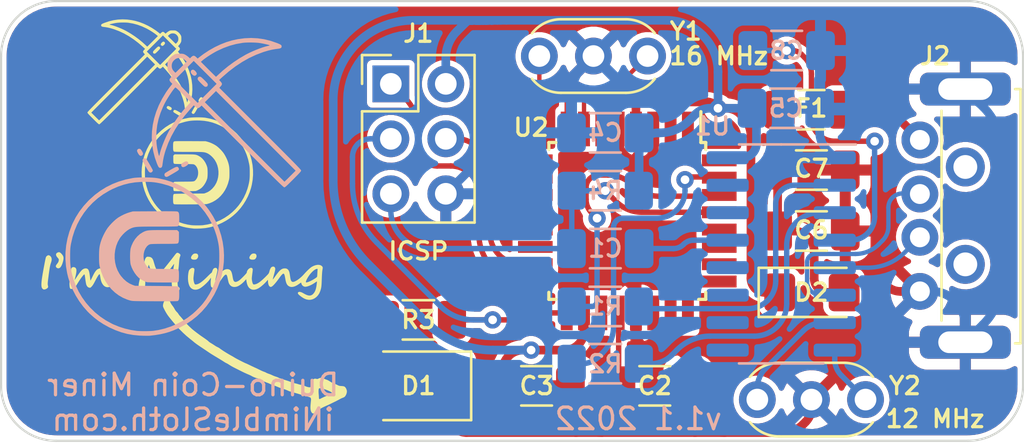
<source format=kicad_pcb>
(kicad_pcb (version 20211014) (generator pcbnew)
  (layers (0 "F.Cu" signal) (31 "B.Cu" signal) (34 "B.Paste" user) (35 "F.Paste" user) (36 "B.SilkS" user "B.Silkscreen") (37 "F.SilkS" user "F.Silkscreen") (38 "B.Mask" user) (39 "F.Mask" user) (44 "Edge.Cuts" user))
  (net 0 "")
  (net 1 "Net-(F1-Pad1)")
  (net 2 "/D-")
  (net 3 "/D+")
  (net 4 "GND")
  (net 5 "Net-(R1-Pad1)")
  (net 6 "TX")
  (net 7 "Net-(R2-Pad1)")
  (net 8 "RX")
  (net 9 "SCK")
  (net 10 "Net-(D1-Pad2)")
  (net 11 "RESET")
  (net 12 "VCC")
  (net 13 "Net-(U1-Pad4)")
  (net 14 "Net-(U1-Pad7)")
  (net 15 "Net-(U1-Pad8)")
  (net 20 "Net-(C1-Pad1)")
  (net 25 "/16mhz+")
  (net 26 "/16mhz-")
  (net 33 "MOSI")
  (net 34 "MISO")
  (net 36 "Net-(C2-Pad2)")
  (net 45 "VUSB")
  (footprint "Fuse:Fuse_1206_3216Metric_Pad1.42x1.75mm_HandSolder" (layer "F.Cu") (at 150.241 35.501 180)
    (fp_text reference "F1")
    (fp_text value "Polyfuse")
  )
  (footprint "LOGO" (layer "F.Cu") (at 121.158 43.18)
    (fp_text reference "G***")
    (fp_text value "LOGO" hide)
  )
  (footprint "Capacitor_SMD:C_1206_3216Metric_Pad1.33x1.80mm_HandSolder" (layer "F.Cu") (at 150.241 38.288 180)
    (fp_text reference "C7")
    (fp_text value "4.7uF")
  )
  (footprint "LED_SMD:LED_1210_3225Metric_Pad1.42x2.65mm_HandSolder" (layer "F.Cu") (at 132.0575 48.26 180)
    (fp_text reference "D1")
    (fp_text value "LED - Yellow")
  )
  (footprint "Capacitor_SMD:C_1206_3216Metric_Pad1.33x1.80mm_HandSolder" (layer "F.Cu") (at 143.002 48.26 180)
    (fp_text reference "C2")
    (fp_text value "100nF")
  )
  (footprint "Crystal:Resonator-3Pin_W6.0mm_H3.0mm" (layer "F.Cu") (at 137.668 33.02)
    (fp_text reference "Y1")
    (fp_text value "16 MHz")
  )
  (footprint "Capacitor_SMD:C_1206_3216Metric_Pad1.33x1.80mm_HandSolder" (layer "F.Cu") (at 150.241 41.105 180)
    (fp_text reference "C6")
    (fp_text value "100nF")
  )
  (footprint "Connector_PinHeader_2.54mm:PinHeader_2x03_P2.54mm_Vertical" (layer "F.Cu") (at 130.805 34.305)
    (fp_text reference "J1")
    (fp_text value "ICSP")
  )
  (footprint "Capacitor_SMD:C_1206_3216Metric_Pad1.33x1.80mm_HandSolder" (layer "F.Cu") (at 137.541 48.26 180)
    (fp_text reference "C3")
    (fp_text value "4.7uF")
  )
  (footprint "LOGO" (layer "F.Cu") (at 124.46 46.99 -8)
    (fp_text reference "G***")
    (fp_text value "LOGO" hide)
  )
  (footprint "LOGO" (layer "F.Cu") (at 120.65 36.195)
    (fp_text reference "G***")
    (fp_text value "LOGO" hide)
  )
  (footprint "Resistor_SMD:R_1206_3216Metric_Pad1.30x1.75mm_HandSolder" (layer "F.Cu") (at 132.08 45.212 180)
    (fp_text reference "R3")
    (fp_text value "1k")
  )
  (footprint "Crystal:Resonator-3Pin_W6.0mm_H3.0mm" (layer "F.Cu") (at 147.741 48.895)
    (fp_text reference "Y2")
    (fp_text value "12 MHz")
  )
  (footprint "footprints:USB_A Plug" (layer "F.Cu") (at 154.203 47.246)
    (fp_text reference "J2")
    (fp_text value "USB_A")
  )
  (footprint "Package_QFP:TQFP-32_7x7mm_P0.8mm" (layer "F.Cu") (at 141.732 40.64 -90)
    (fp_text reference "U2")
    (fp_text value "ATmega328P-A")
  )
  (footprint "Diode_SMD:D_1206_3216Metric_Pad1.42x1.75mm_HandSolder" (layer "F.Cu") (at 150.2635 43.942)
    (fp_text reference "D2")
    (fp_text value "SS1P3L")
  )
  (footprint "Resistor_SMD:R_1206_3216Metric_Pad1.30x1.75mm_HandSolder" (layer "B.Cu") (at 140.716 39.243)
    (fp_text reference "R4")
    (fp_text value "1k")
  )
  (footprint "Capacitor_SMD:C_1206_3216Metric_Pad1.33x1.80mm_HandSolder" (layer "B.Cu") (at 140.716 41.9175 180)
    (fp_text reference "C1")
    (fp_text value "100nF")
  )
  (footprint "Resistor_SMD:R_1206_3216Metric_Pad1.30x1.75mm_HandSolder" (layer "B.Cu") (at 140.716 44.592)
    (fp_text reference "R1")
    (fp_text value "1k")
  )
  (footprint "LOGO" (layer "B.Cu") (at 121.158 39.116 180)
    (fp_text reference "G***")
    (fp_text value "LOGO" hide)
  )
  (footprint "Capacitor_SMD:C_1206_3216Metric_Pad1.33x1.80mm_HandSolder" (layer "B.Cu") (at 140.716 36.5685)
    (fp_text reference "C4")
    (fp_text value "4.7uF")
  )
  (footprint "Package_SO:SOIC-16_3.9x9.9mm_P1.27mm" (layer "B.Cu") (at 148.844 42.164 180)
    (fp_text reference "U1")
    (fp_text value "CH340G")
  )
  (footprint "Resistor_SMD:R_1206_3216Metric_Pad1.30x1.75mm_HandSolder" (layer "B.Cu") (at 140.716 47.2365)
    (fp_text reference "R2")
    (fp_text value "1k")
  )
  (footprint "Capacitor_SMD:C_1206_3216Metric_Pad1.33x1.80mm_HandSolder" (layer "B.Cu") (at 149.098 32.766 180)
    (fp_text reference "C8")
    (fp_text value "100nF")
  )
  (footprint "Capacitor_SMD:C_1206_3216Metric_Pad1.33x1.80mm_HandSolder" (layer "B.Cu") (at 149.0595 35.433 180)
    (fp_text reference "C5")
    (fp_text value "100nF")
  )
  (gr_line (start 115.33402 30.47997) (end 157.479969 30.47997) (layer "Edge.Cuts") (width 0.1))
  (gr_line (start 112.79402 48.25997) (end 112.79402 33.01997) (layer "Edge.Cuts") (width 0.1))
  (gr_arc (start 115.33402 50.79997) (mid 113.537969 50.056021) (end 112.79402 48.25997) (layer "Edge.Cuts") (width 0.1))
  (gr_line (start 160.019969 33.01997) (end 160.019969 48.25997) (layer "Edge.Cuts") (width 0.1))
  (gr_arc (start 160.019969 48.25997) (mid 159.276029 50.05603) (end 157.479969 50.79997) (layer "Edge.Cuts") (width 0.1))
  (gr_arc (start 157.479969 30.47997) (mid 159.276024 31.22393) (end 160.019969 33.01997) (layer "Edge.Cuts") (width 0.1))
  (gr_arc (start 112.79402 33.01997) (mid 113.537969 31.223919) (end 115.33402 30.47997) (layer "Edge.Cuts") (width 0.1))
  (gr_line (start 157.479969 50.79997) (end 115.33402 50.79997) (layer "Edge.Cuts") (width 0.1))
  (gr_text "Duino-Coin Miner\niNimbleSloth.com" (at 121.666 49.022) (layer "B.SilkS") (effects (font (size 1 1)) (justify mirror)))
  (gr_text "v1.1 2022" (at 142.24 49.784) (layer "B.SilkS") (effects (font (size 1 1)) (justify mirror)))
  (segment (start 152.871586 35.501) (end 151.7285 35.501) (width 0.4) (layer "F.Cu") (net 1))
  (segment (start 154.5555 36.1985) (end 155.253 36.896) (width 0.4) (layer "F.Cu") (net 1))
  (arc (start 154.5555 36.1985) (mid 153.782913 35.682274) (end 152.871586 35.501) (width 0.4) (layer "F.Cu") (net 1))
  (segment (start 152.275431 42.166314) (end 150.42234 42.166314) (width 0.2) (layer "B.Cu") (net 2))
  (segment (start 150.039605 43.429302) (end 150.039605 42.549049) (width 0.2) (layer "B.Cu") (net 2))
  (segment (start 150.679302 44.069) (end 151.319 44.069) (width 0.2) (layer "B.Cu") (net 2))
  (segment (start 153.527592 41.544407) (end 153.351343 41.720657) (width 0.2) (layer "B.Cu") (net 2))
  (segment (start 153.797 40.020407) (end 153.797 40.894) (width 0.2) (layer "B.Cu") (net 2))
  (arc (start 153.527592 41.544407) (mid 153.726983 41.245997) (end 153.797 40.894) (width 0.2) (layer "B.Cu") (net 2))
  (arc (start 150.151705 42.278414) (mid 150.068738 42.402582) (end 150.039605 42.549049) (width 0.2) (layer "B.Cu") (net 2))
  (arc (start 153.9875 39.5605) (mid 154.198507 39.419509) (end 154.447407 39.37) (width 0.2) (layer "B.Cu") (net 2))
  (arc (start 150.151705 42.278414) (mid 150.275873 42.195447) (end 150.42234 42.166314) (width 0.2) (layer "B.Cu") (net 2))
  (arc (start 152.275431 42.166314) (mid 152.85771 42.050491) (end 153.351343 41.720657) (width 0.2) (layer "B.Cu") (net 2))
  (arc (start 153.797 40.020407) (mid 153.846509 39.771507) (end 153.9875 39.5605) (width 0.2) (layer "B.Cu") (net 2))
  (arc (start 150.039605 43.429302) (mid 150.226967 43.881636) (end 150.679302 44.069) (width 0.2) (layer "B.Cu") (net 2))
  (segment (start 152.857929 42.799) (end 151.319 42.799) (width 0.2) (layer "B.Cu") (net 3))
  (segment (start 154.5515 42.0975) (end 155.253 41.396) (width 0.2) (layer "B.Cu") (net 3))
  (arc (start 152.857929 42.799) (mid 153.774483 42.616686) (end 154.5515 42.0975) (width 0.2) (layer "B.Cu") (net 3))
  (segment (start 142.132 44.31709) (end 142.132 44.329228) (width 0.4) (layer "F.Cu") (net 4))
  (segment (start 142.132 45.656285) (end 142.132 45.662838) (width 0.4) (layer "F.Cu") (net 4))
  (segment (start 142.132 44.268541) (end 142.132 44.270968) (width 0.4) (layer "F.Cu") (net 4))
  (segment (start 142.132 44.503917) (end 142.132 44.512497) (width 0.4) (layer "F.Cu") (net 4))
  (segment (start 144.5645 47.747883) (end 144.5645 47.749227) (width 0.4) (layer "F.Cu") (net 4))
  (segment (start 142.132 45.535801) (end 142.132 45.54146) (width 0.4) (layer "F.Cu") (net 4))
  (segment (start 142.132 44.21036) (end 142.132 44.211118) (width 0.4) (layer "F.Cu") (net 4))
  (segment (start 144.5645 47.751915) (end 144.5645 47.758636) (width 0.4) (layer "F.Cu") (net 4))
  (segment (start 144.5645 47.852061) (end 144.5645 47.873567) (width 0.4) (layer "F.Cu") (net 4))
  (segment (start 142.132 45.652562) (end 142.132 45.65286) (width 0.4) (layer "F.Cu") (net 4))
  (segment (start 139.80521 43.307) (end 141.232354 43.307) (width 0.4) (layer "F.Cu") (net 4))
  (segment (start 142.132 45.681903) (end 142.132 45.68786) (width 0.4) (layer "F.Cu") (net 4))
  (segment (start 144.5645 48.790522) (end 144.5645 48.805579) (width 0.4) (layer "F.Cu") (net 4))
  (segment (start 144.5645 47.569778) (end 144.5645 47.59666) (width 0.4) (layer "F.Cu") (net 4))
  (segment (start 142.132 44.493078) (end 142.132 44.490044) (width 0.4) (layer "F.Cu") (net 4))
  (segment (start 144.5645 48.067134) (end 144.5645 48.081248) (width 0.4) (layer "F.Cu") (net 4))
  (segment (start 144.5645 47.739819) (end 144.5645 47.741163) (width 0.4) (layer "F.Cu") (net 4))
  (segment (start 142.132 45.075772) (end 142.132 45.086217) (width 0.4) (layer "F.Cu") (net 4))
  (segment (start 142.132 45.697393) (end 142.132 45.698585) (width 0.4) (layer "F.Cu") (net 4))
  (segment (start 142.132 44.274002) (end 142.132 44.275216) (width 0.4) (layer "F.Cu") (net 4))
  (segment (start 142.132 45.217832) (end 142.132 45.211875) (width 0.4) (layer "F.Cu") (net 4))
  (segment (start 144.5645 48.169966) (end 144.5645 48.185424) (width 0.4) (layer "F.Cu") (net 4))
  (segment (start 142.132 44.548626) (end 142.132 44.555176) (width 0.4) (layer "F.Cu") (net 4))
  (segment (start 138.938 38.496407) (end 138.938 42.439789) (width 0.4) (layer "F.Cu") (net 4))
  (segment (start 142.132 45.147539) (end 142.132 45.159453) (width 0.4) (layer "F.Cu") (net 4))
  (segment (start 142.132 44.397497) (end 142.132 44.398104) (width 0.4) (layer "F.Cu") (net 4))
  (segment (start 144.5645 47.431823) (end 144.5645 47.433503) (width 0.4) (layer "F.Cu") (net 4))
  (segment (start 142.132 45.441229) (end 142.132 45.442421) (width 0.4) (layer "F.Cu") (net 4))
  (segment (start 142.132 44.21673) (end 142.132 44.217489) (width 0.4) (layer "F.Cu") (net 4))
  (segment (start 142.132 44.254054) (end 142.132 44.254812) (width 0.4) (layer "F.Cu") (net 4))
  (segment (start 142.132 45.37272) (end 142.132 45.377485) (width 0.4) (layer "F.Cu") (net 4))
  (segment (start 144.5645 47.418549) (end 144.5645 47.419893) (width 0.4) (layer "F.Cu") (net 4))
  (segment (start 142.132 44.371098) (end 142.132 44.372312) (width 0.4) (layer "F.Cu") (net 4))
  (segment (start 142.132 45.41859) (end 142.132 45.429909) (width 0.4) (layer "F.Cu") (net 4))
  (segment (start 144.5645 47.693443) (end 144.5645 47.692099) (width 0.4) (layer "F.Cu") (net 4))
  (segment (start 142.132 45.572884) (end 142.132 45.582416) (width 0.4) (layer "F.Cu") (net 4))
  (segment (start 144.5645 47.923301) (end 144.5645 47.92599) (width 0.4) (layer "F.Cu") (net 4))
  (segment (start 142.132 44.27825) (end 142.132 44.283105) (width 0.4) (layer "F.Cu") (net 4))
  (segment (start 139.1035 48.967105) (end 139.1035 48.26) (width 0.4) (layer "F.Cu") (net 4))
  (segment (start 142.132 44.485796) (end 142.132 44.487616) (width 0.4) (layer "F.Cu") (net 4))
  (segment (start 144.5645 47.467613) (end 144.5645 47.47299) (width 0.4) (layer "F.Cu") (net 4))
  (segment (start 142.132 44.242221) (end 142.132 44.240628) (width 0.4) (layer "F.Cu") (net 4))
  (segment (start 142.132 44.27825) (end 142.132 44.27643) (width 0.4) (layer "F.Cu") (net 4))
  (segment (start 144.5645 47.809043) (end 144.5645 47.83055) (width 0.4) (layer "F.Cu") (net 4))
  (segment (start 142.132 45.204727) (end 142.132 45.211875) (width 0.4) (layer "F.Cu") (net 4))
  (segment (start 144.5645 47.68269) (end 144.5645 47.686723) (width 0.4) (layer "F.Cu") (net 4))
  (segment (start 142.132 44.372312) (end 142.132 44.372918) (width 0.4) (layer "F.Cu") (net 4))
  (segment (start 142.132 44.580514) (end 142.132 44.581079) (width 0.4) (layer "F.Cu") (net 4))
  (segment (start 144.5645 47.354029) (end 144.5645 47.355373) (width 0.4) (layer "F.Cu") (net 4))
  (segment (start 142.132 45.022973) (end 142.132 45.033582) (width 0.4) (layer "F.Cu") (net 4))
  (segment (start 142.132 44.910238) (end 142.132 44.914446) (width 0.4) (layer "F.Cu") (net 4))
  (segment (start 144.5645 47.430143) (end 144.5645 47.429135) (width 0.4) (layer "F.Cu") (net 4))
  (segment (start 144.5645 47.345795) (end 144.5645 47.347475) (width 0.4) (layer "F.Cu") (net 4))
  (segment (start 142.132 45.382252) (end 142.132 45.387018) (width 0.4) (layer "F.Cu") (net 4))
  (segment (start 142.132 44.399318) (end 142.132 44.398104) (width 0.4) (layer "F.Cu") (net 4))
  (segment (start 142.132 44.39689) (end 142.132 44.397497) (width 0.4) (layer "F.Cu") (net 4))
  (segment (start 144.5645 47.787536) (end 144.5645 47.809043) (width 0.4) (layer "F.Cu") (net 4))
  (segment (start 142.132 45.19877) (end 142.132 45.203536) (width 0.4) (layer "F.Cu") (net 4))
  (segment (start 142.132 45.458357) (end 142.132 45.466399) (width 0.4) (layer "F.Cu") (net 4))
  (segment (start 144.5645 47.714952) (end 144.5645 47.720328) (width 0.4) (layer "F.Cu") (net 4))
  (segment (start 144.5645 48.303716) (end 144.5645 48.306756) (width 0.4) (layer "F.Cu") (net 4))
  (segment (start 142.132 45.681903) (end 142.132 45.679074) (width 0.4) (layer "F.Cu") (net 4))
  (segment (start 142.132 45.361552) (end 142.132 45.36319) (width 0.4) (layer "F.Cu") (net 4))
  (segment (start 142.132 45.63082) (end 142.132 45.629926) (width 0.4) (layer "F.Cu") (net 4))
  (segment (start 144.5645 47.343947) (end 144.5645 47.345795) (width 0.4) (layer "F.Cu") (net 4))
  (segment (start 144.5645 48.835693) (end 144.5645 48.845731) (width 0.4) (layer "F.Cu") (net 4))
  (segment (start 142.132 44.667356) (end 142.132 44.678055) (width 0.4) (layer "F.Cu") (net 4))
  (segment (start 144.5645 47.393009) (end 144.5645 47.386288) (width 0.4) (layer "F.Cu") (net 4))
  (segment (start 142.132 45.70633) (end 142.132 45.704692) (width 0.4) (layer "F.Cu") (net 4))
  (segment (start 142.132 45.347103) (end 142.132 45.348294) (width 0.4) (layer "F.Cu") (net 4))
  (segment (start 142.132 44.480942) (end 142.132 44.485796) (width 0.4) (layer "F.Cu") (net 4))
  (segment (start 142.132 45.633053) (end 142.132 45.634244) (width 0.4) (layer "F.Cu") (net 4))
  (segment (start 142.132 45.628437) (end 142.132 45.629926) (width 0.4) (layer "F.Cu") (net 4))
  (segment (start 142.132 45.353061) (end 142.132 45.354253) (width 0.4) (layer "F.Cu") (net 4))
  (segment (start 142.132 44.743968) (end 142.132 44.758109) (width 0.4) (layer "F.Cu") (net 4))
  (segment (start 142.132 45.631416) (end 142.132 45.631862) (width 0.4) (layer "F.Cu") (net 4))
  (segment (start 144.5645 47.328491) (end 144.5645 47.329835) (width 0.4) (layer "F.Cu") (net 4))
  (segment (start 144.5645 47.641691) (end 144.5645 47.643036) (width 0.4) (layer "F.Cu") (net 4))
  (segment (start 142.132 44.361691) (end 142.132 44.363208) (width 0.4) (layer "F.Cu") (net 4))
  (segment (start 142.132 45.349485) (end 142.132 45.351869) (width 0.4) (layer "F.Cu") (net 4))
  (segment (start 144.5645 47.91658) (end 144.5645 47.921957) (width 0.4) (layer "F.Cu") (net 4))
  (segment (start 144.5645 47.435351) (end 144.5645 47.433503) (width 0.4) (layer "F.Cu") (net 4))
  (segment (start 142.132 44.393252) (end 142.132 44.393858) (width 0.4) (layer "F.Cu") (net 4))
  (segment (start 142.132 45.547267) (end 142.132 45.548458) (width 0.4) (layer "F.Cu") (net 4))
  (segment (start 142.132 45.596714) (end 142.132 45.60148) (width 0.4) (layer "F.Cu") (net 4))
  (segment (start 142.132 44.25557) (end 142.132 44.256404) (width 0.4) (layer "F.Cu") (net 4))
  (segment (start 144.5645 48.376903) (end 144.5645 48.415867) (width 0.4) (layer "F.Cu") (net 4))
  (segment (start 144.5645 47.333363) (end 144.5645 47.335043) (width 0.4) (layer "F.Cu") (net 4))
  (segment (start 154.361737 43.896) (end 155.253 43.896) (width 0.4) (layer "F.Cu") (net 4))
  (segment (start 144.5645 47.359405) (end 144.5645 47.360749) (width 0.4) (layer "F.Cu") (net 4))
  (segment (start 144.5645 48.110987) (end 144.5645 48.112835) (width 0.4) (layer "F.Cu") (net 4))
  (segment (start 144.5645 47.749227) (end 144.5645 47.751915) (width 0.4) (layer "F.Cu") (net 4))
  (segment (start 143.848368 46.609) (end 143.017988 46.609) (width 0.4) (layer "F.Cu") (net 4))
  (segment (start 142.132 45.662838) (end 142.132 45.668793) (width 0.4) (layer "F.Cu") (net 4))
  (segment (start 144.5645 47.332019) (end 144.5645 47.332355) (width 0.4) (layer "F.Cu") (net 4))
  (segment (start 144.5645 47.360749) (end 144.5645 47.362093) (width 0.4) (layer "F.Cu") (net 4))
  (segment (start 153.416 42.950262) (end 153.416 41.61201) (width 0.4) (layer "F.Cu") (net 4))
  (segment (start 144.5645 47.400402) (end 144.5645 47.403931) (width 0.4) (layer "F.Cu") (net 4))
  (segment (start 142.132 44.914446) (end 142.132 44.91679) (width 0.4) (layer "F.Cu") (net 4))
  (segment (start 144.5645 48.360977) (end 144.5645 48.376903) (width 0.4) (layer "F.Cu") (net 4))
  (segment (start 142.132 44.699826) (end 142.132 44.703641) (width 0.4) (layer "F.Cu") (net 4))
  (segment (start 142.132 44.208766) (end 142.132 44.209373) (width 0.4) (layer "F.Cu") (net 4))
  (segment (start 144.5645 47.350163) (end 144.5645 47.349155) (width 0.4) (layer "F.Cu") (net 4))
  (segment (start 142.132 44.351754) (end 142.132 44.350768) (width 0.4) (layer "F.Cu") (net 4))
  (segment (start 144.5645 47.989167) (end 144.5645 47.975726) (width 0.4) (layer "F.Cu") (net 4))
  (segment (start 144.5645 47.393009) (end 144.5645 47.400402) (width 0.4) (layer "F.Cu") (net 4))
  (segment (start 142.132 45.640201) (end 142.132 45.641392) (width 0.4) (layer "F.Cu") (net 4))
  (segment (start 142.132 44.718944) (end 142.132 44.725828) (width 0.4) (layer "F.Cu") (net 4))
  (segment (start 142.132 44.207554) (end 142.132 44.207327) (width 0.4) (layer "F.Cu") (net 4))
  (segment (start 142.132 44.34895) (end 142.132 44.349556) (width 0.4) (layer "F.Cu") (net 4))
  (segment (start 142.132 44.218474) (end 142.132 44.218246) (width 0.4) (layer "F.Cu") (net 4))
  (segment (start 142.132 45.358572) (end 142.132 45.360062) (width 0.4) (layer "F.Cu") (net 4))
  (segment (start 142.132 45.400124) (end 142.132 45.402506) (width 0.4) (layer "F.Cu") (net 4))
  (segment (start 142.132 45.631118) (end 142.132 45.631416) (width 0.4) (layer "F.Cu") (net 4))
  (segment (start 144.5645 47.761829) (end 144.5645 47.762165) (width 0.4) (layer "F.Cu") (net 4))
  (segment (start 141.332 36.946354) (end 141.332 36.39) (width 0.4) (layer "F.Cu") (net 4))
  (segment (start 144.5645 47.325635) (end 144.5645 47.325971) (width 0.4) (layer "F.Cu") (net 4))
  (segment (start 142.132 45.044437) (end 142.132 45.039297) (width 0.4) (layer "F.Cu") (net 4))
  (segment (start 142.132 45.325806) (end 142.132 45.332061) (width 0.4) (layer "F.Cu") (net 4))
  (segment (start 142.132 45.440037) (end 142.132 45.441229) (width 0.4) (layer "F.Cu") (net 4))
  (segment (start 142.132 45.643775) (end 142.132 45.649732) (width 0.4) (layer "F.Cu") (net 4))
  (segment (start 144.5645 47.639001) (end 144.5645 47.636482) (width 0.4) (layer "F.Cu") (net 4))
  (segment (start 142.132 44.995894) (end 142.132 45.012364) (width 0.4) (layer "F.Cu") (net 4))
  (segment (start 144.5645 47.527432) (end 144.5645 47.529952) (width 0.4) (layer "F.Cu") (net 4))
  (segment (start 142.132 44.283105) (end 142.132 44.284622) (width 0.4) (layer "F.Cu") (net 4))
  (segment (start 144.5645 47.350163) (end 144.5645 47.3505) (width 0.4) (layer "F.Cu") (net 4))
  (segment (start 144.5645 48.123589) (end 144.5645 48.128966) (width 0.4) (layer "F.Cu") (net 4))
  (segment (start 142.132 45.275021) (end 142.132 45.294084) (width 0.4) (layer "F.Cu") (net 4))
  (segment (start 142.132 45.482334) (end 142.132 45.506163) (width 0.4) (layer "F.Cu") (net 4))
  (segment (start 142.132 44.344322) (end 142.132 44.347205) (width 0.4) (layer "F.Cu") (net 4))
  (segment (start 142.132 45.360062) (end 142.132 45.361552) (width 0.4) (layer "F.Cu") (net 4))
  (segment (start 142.132 45.550395) (end 142.132 45.555459) (width 0.4) (layer "F.Cu") (net 4))
  (segment (start 144.5645 47.351341) (end 144.5645 47.352685) (width 0.4) (layer "F.Cu") (net 4))
  (segment (start 142.132 45.711096) (end 142.132 45.712734) (width 0.4) (layer "F.Cu") (net 4))
  (segment (start 142.132 44.471232) (end 142.132 44.47366) (width 0.4) (layer "F.Cu") (net 4))
  (segment (start 144.5645 48.05302) (end 144.5645 48.067134) (width 0.4) (layer "F.Cu") (net 4))
  (segment (start 142.132 44.20672) (end 142.132 44.206871) (width 0.4) (layer "F.Cu") (net 4))
  (segment (start 149.86 50.038) (end 149.971592 49.926407) (width 0.4) (layer "F.Cu") (net 4))
  (segment (start 144.5645 47.374695) (end 144.5645 47.375031) (width 0.4) (layer "F.Cu") (net 4))
  (segment (start 142.132 44.29198) (end 142.132 44.294559) (width 0.4) (layer "F.Cu") (net 4))
  (segment (start 144.5645 47.422581) (end 144.5645 47.419893) (width 0.4) (layer "F.Cu") (net 4))
  (segment (start 142.132 44.217944) (end 142.132 44.218095) (width 0.4) (layer "F.Cu") (net 4))
  (segment (start 144.5645 48.107627) (end 144.5645 48.104098) (width 0.4) (layer "F.Cu") (net 4))
  (segment (start 144.5645 48.05302) (end 144.5645 48.029496) (width 0.4) (layer "F.Cu") (net 4))
  (segment (start 144.5645 47.959596) (end 144.5645 47.975726) (width 0.4) (layer "F.Cu") (net 4))
  (segment (start 142.132 44.263688) (end 142.132 44.266115) (width 0.4) (layer "F.Cu") (net 4))
  (segment (start 142.132 44.219081) (end 142.132 44.219688) (width 0.4) (layer "F.Cu") (net 4))
  (segment (start 142.132 44.743968) (end 142.132 44.73327) (width 0.4) (layer "F.Cu") (net 4))
  (segment (start 142.132 44.220902) (end 142.132 44.222115) (width 0.4) (layer "F.Cu") (net 4))
  (segment (start 144.5645 48.00261) (end 144.5645 48.016053) (width 0.4) (layer "F.Cu") (net 4))
  (segment (start 142.132 44.284622) (end 142.132 44.290387) (width 0.4) (layer "F.Cu") (net 4))
  (segment (start 142.132 44.975461) (end 142.132 44.995894) (width 0.4) (layer "F.Cu") (net 4))
  (segment (start 142.132 44.380199) (end 142.132 44.382629) (width 0.4) (layer "F.Cu") (net 4))
  (segment (start 142.132 45.440037) (end 142.132 45.438101) (width 0.4) (layer "F.Cu") (net 4))
  (segment (start 142.132 45.358572) (end 142.132 45.357678) (width 0.4) (layer "F.Cu") (net 4))
  (segment (start 144.5645 47.746539) (end 144.5645 47.747883) (width 0.4) (layer "F.Cu") (net 4))
  (segment (start 144.5645 47.338571) (end 144.5645 47.336723) (width 0.4) (layer "F.Cu") (net 4))
  (segment (start 142.132 44.541626) (end 142.132 44.545013) (width 0.4) (layer "F.Cu") (net 4))
  (segment (start 144.5645 47.440728) (end 144.5645 47.446105) (width 0.4) (layer "F.Cu") (net 4))
  (segment (start 142.132 44.61884) (end 142.132 44.626752) (width 0.4) (layer "F.Cu") (net 4))
  (segment (start 144.5645 48.134343) (end 144.5645 48.135855) (width 0.4) (layer "F.Cu") (net 4))
  (segment (start 142.132 45.039133) (end 142.132 45.039297) (width 0.4) (layer "F.Cu") (net 4))
  (segment (start 142.132 44.207175) (end 142.132 44.207327) (width 0.4) (layer "F.Cu") (net 4))
  (segment (start 144.5645 47.326307) (end 144.5645 47.326643) (width 0.4) (layer "F.Cu") (net 4))
  (segment (start 142.132 44.333249) (end 142.132 44.337344) (width 0.4) (layer "F.Cu") (net 4))
  (segment (start 142.132 45.696201) (end 142.132 45.697393) (width 0.4) (layer "F.Cu") (net 4))
  (segment (start 142.132 44.377772) (end 142.132 44.380199) (width 0.4) (layer "F.Cu") (net 4))
  (segment (start 142.132 45.626948) (end 142.132 45.628437) (width 0.4) (layer "F.Cu") (net 4))
  (segment (start 142.132 44.581644) (end 142.132 44.584521) (width 0.4) (layer "F.Cu") (net 4))
  (segment (start 142.132 45.433037) (end 142.132 45.429909) (width 0.4) (layer "F.Cu") (net 4))
  (segment (start 142.132 44.273395) (end 142.132 44.274002) (width 0.4) (layer "F.Cu") (net 4))
  (segment (start 144.5645 47.542721) (end 144.5645 47.551798) (width 0.4) (layer "F.Cu") (net 4))
  (segment (start 144.5645 47.479712) (end 144.5645 47.483745) (width 0.4) (layer "F.Cu") (net 4))
  (segment (start 142.132 44.705176) (end 142.132 44.703641) (width 0.4) (layer "F.Cu") (net 4))
  (segment (start 142.132 44.59084) (end 142.132 44.597159) (width 0.4) (layer "F.Cu") (net 4))
  (segment (start 142.132 44.249427) (end 142.132 44.250641) (width 0.4) (layer "F.Cu") (net 4))
  (segment (start 142.132 45.721221) (end 142.132 45.72167) (width 0.4) (layer "F.Cu") (net 4))
  (segment (start 144.5645 47.338571) (end 144.5645 47.343947) (width 0.4) (layer "F.Cu") (net 4))
  (segment (start 142.132 45.044437) (end 142.132 45.054882) (width 0.4) (layer "F.Cu") (net 4))
  (segment (start 142.132 44.561725) (end 142.132 44.562174) (width 0.4) (layer "F.Cu") (net 4))
  (segment (start 142.132 45.700224) (end 142.132 45.700521) (width 0.4) (layer "F.Cu") (net 4))
  (segment (start 142.132 44.250641) (end 142.132 44.251247) (width 0.4) (layer "F.Cu") (net 4))
  (segment (start 142.132 44.21271) (end 142.132 44.215137) (width 0.4) (layer "F.Cu") (net 4))
  (segment (start 142.132 44.561276) (end 142.132 44.561725) (width 0.4) (layer "F.Cu") (net 4))
  (segment (start 142.132 44.382629) (end 142.132 44.385057) (width 0.4) (layer "F.Cu") (net 4))
  (segment (start 142.132 44.884267) (end 142.132 44.897373) (width 0.4) (layer "F.Cu") (net 4))
  (segment (start 144.5645 47.780311) (end 144.5645 47.787536) (width 0.4) (layer "F.Cu") (net 4))
  (segment (start 144.850803 50.419) (end 140.555394 50.419) (width 0.4) (layer "F.Cu") (net 4))
  (segment (start 142.132 44.71206) (end 142.132 44.718944) (width 0.4) (layer "F.Cu") (net 4))
  (segment (start 142.132 45.606246) (end 142.132 45.611012) (width 0.4) (layer "F.Cu") (net 4))
  (segment (start 144.5645 47.523397) (end 144.5645 47.524742) (width 0.4) (layer "F.Cu") (net 4))
  (segment (start 142.132 44.206871) (end 142.132 44.207023) (width 0.4) (layer "F.Cu") (net 4))
  (segment (start 144.5645 47.474334) (end 144.5645 47.47299) (width 0.4) (layer "F.Cu") (net 4))
  (segment (start 144.5645 47.514157) (end 144.5645 47.519869) (width 0.4) (layer "F.Cu") (net 4))
  (segment (start 142.132 44.534626) (end 142.132 44.541626) (width 0.4) (layer "F.Cu") (net 4))
  (segment (start 142.132 45.188046) (end 142.132 45.184472) (width 0.4) (layer "F.Cu") (net 4))
  (segment (start 142.132 44.207554) (end 142.132 44.20816) (width 0.4) (layer "F.Cu") (net 4))
  (segment (start 144.5645 48.583888) (end 144.5645 48.629918) (width 0.4) (layer "F.Cu") (net 4))
  (segment (start 144.5645 47.356717) (end 144.5645 47.359405) (width 0.4) (layer "F.Cu") (net 4))
  (segment (start 144.5645 47.497859) (end 144.5645 47.510628) (width 0.4) (layer "F.Cu") (net 4))
  (segment (start 142.132 44.223331) (end 142.132 44.224545) (width 0.4) (layer "F.Cu") (net 4))
  (segment (start 142.132 45.548458) (end 142.132 45.550395) (width 0.4) (layer "F.Cu") (net 4))
  (segment (start 144.5645 48.475195) (end 144.5645 48.511426) (width 0.4) (layer "F.Cu") (net 4))
  (segment (start 144.5645 47.542721) (end 144.5645 47.536337) (width 0.4) (layer "F.Cu") (net 4))
  (segment (start 144.5645 48.475195) (end 144.5645 48.470817) (width 0.4) (layer "F.Cu") (net 4))
  (segment (start 144.5645 47.762501) (end 144.5645 47.766197) (width 0.4) (layer "F.Cu") (net 4))
  (segment (start 144.5645 48.297636) (end 144.5645 48.300676) (width 0.4) (layer "F.Cu") (net 4))
  (segment (start 142.132 45.68786) (end 142.132 45.690243) (width 0.4) (layer "F.Cu") (net 4))
  (segment (start 144.5645 48.629918) (end 144.5645 48.670069) (width 0.4) (layer "F.Cu") (net 4))
  (segment (start 142.132 44.253295) (end 142.132 44.253067) (width 0.4) (layer "F.Cu") (net 4))
  (segment (start 142.132 45.635435) (end 142.132 45.636628) (width 0.4) (layer "F.Cu") (net 4))
  (segment (start 142.132 44.354333) (end 142.132 44.355926) (width 0.4) (layer "F.Cu") (net 4))
  (segment (start 142.132 44.218095) (end 142.132 44.218246) (width 0.4) (layer "F.Cu") (net 4))
  (segment (start 142.132 45.678476) (end 142.132 45.675348) (width 0.4) (layer "F.Cu") (net 4))
  (segment (start 142.132 45.678775) (end 142.132 45.679074) (width 0.4) (layer "F.Cu") (net 4))
  (segment (start 144.5645 47.738475) (end 144.5645 47.737971) (width 0.4) (layer "F.Cu") (net 4))
  (segment (start 142.132 45.699777) (end 142.132 45.700224) (width 0.4) (layer "F.Cu") (net 4))
  (segment (start 144.5645 47.425271) (end 144.5645 47.426615) (width 0.4) (layer "F.Cu") (net 4))
  (segment (start 144.5645 47.331683) (end 144.5645 47.332019) (width 0.4) (layer "F.Cu") (net 4))
  (segment (start 142.132 44.222723) (end 142.132 44.223331) (width 0.4) (layer "F.Cu") (net 4))
  (segment (start 142.132 45.338763) (end 142.132 45.34472) (width 0.4) (layer "F.Cu") (net 4))
  (segment (start 144.5645 47.959596) (end 144.5645 47.952875) (width 0.4) (layer "F.Cu") (net 4))
  (segment (start 142.132 44.217944) (end 142.132 44.217489) (width 0.4) (layer "F.Cu") (net 4))
  (segment (start 142.132 45.294084) (end 142.132 45.313147) (width 0.4) (layer "F.Cu") (net 4))
  (segment (start 142.132 44.242221) (end 142.132 44.242373) (width 0.4) (layer "F.Cu") (net 4))
  (segment (start 142.132 44.521077) (end 142.132 44.529657) (width 0.4) (layer "F.Cu") (net 4))
  (segment (start 142.132 44.270968) (end 142.132 44.273395) (width 0.4) (layer "F.Cu") (net 4))
  (segment (start 144.5645 47.474334) (end 144.5645 47.477023) (width 0.4) (layer "F.Cu") (net 4))
  (segment (start 144.5645 47.325299) (end 144.5645 47.325131) (width 0.4) (layer "F.Cu") (net 4))
  (segment (start 144.5645 47.646565) (end 144.5645 47.644381) (width 0.4) (layer "F.Cu") (net 4))
  (segment (start 142.132 45.721968) (end 142.132 45.722266) (width 0.4) (layer "F.Cu") (net 4))
  (segment (start 144.5645 47.630098) (end 144.5645 47.636482) (width 0.4) (layer "F.Cu") (net 4))
  (segment (start 142.132 45.722564) (end 142.132 45.722862) (width 0.4) (layer "F.Cu") (net 4))
  (segment (start 144.5645 48.825655) (end 144.5645 48.835693) (width 0.4) (layer "F.Cu") (net 4))
  (segment (start 142.132 44.393858) (end 142.132 44.394464) (width 0.4) (layer "F.Cu") (net 4))
  (segment (start 142.132 44.254812) (end 142.132 44.25557) (width 0.4) (layer "F.Cu") (net 4))
  (segment (start 142.132 44.556926) (end 142.132 44.559976) (width 0.4) (layer "F.Cu") (net 4))
  (segment (start 144.5645 48.138208) (end 144.5645 48.140561) (width 0.4) (layer "F.Cu") (net 4))
  (segment (start 142.132 44.21036) (end 142.132 44.209905) (width 0.4) (layer "F.Cu") (net 4))
  (segment (start 142.132 44.247) (end 142.132 44.248213) (width 0.4) (layer "F.Cu") (net 4))
  (segment (start 142.132 45.611012) (end 142.132 45.615778) (width 0.4) (layer "F.Cu") (net 4))
  (segment (start 142.132 45.641392) (end 142.132 45.643775) (width 0.4) (layer "F.Cu") (net 4))
  (segment (start 142.132 44.253447) (end 142.132 44.253599) (width 0.4) (layer "F.Cu") (net 4))
  (segment (start 142.132 44.387485) (end 142.132 44.389913) (width 0.4) (layer "F.Cu") (net 4))
  (segment (start 142.132 44.390748) (end 142.132 44.389913) (width 0.4) (layer "F.Cu") (net 4))
  (segment (start 142.132 45.620544) (end 142.132 45.62531) (width 0.4) (layer "F.Cu") (net 4))
  (segment (start 142.132 44.243966) (end 142.132 44.242525) (width 0.4) (layer "F.Cu") (net 4))
  (segment (start 142.132 44.39507) (end 142.132 44.395677) (width 0.4) (layer "F.Cu") (net 4))
  (segment (start 144.5645 48.095361) (end 144.5645 48.094017) (width 0.4) (layer "F.Cu") (net 4))
  (segment (start 142.132 44.50036) (end 142.132 44.503917) (width 0.4) (layer "F.Cu") (net 4))
  (segment (start 142.132 45.591948) (end 142.132 45.596714) (width 0.4) (layer "F.Cu") (net 4))
  (segment (start 142.132 44.884267) (end 142.132 44.87561) (width 0.4) (layer "F.Cu") (net 4))
  (segment (start 144.5645 47.686723) (end 144.5645 47.689411) (width 0.4) (layer "F.Cu") (net 4))
  (segment (start 142.132 44.369884) (end 142.132 44.371098) (width 0.4) (layer "F.Cu") (net 4))
  (segment (start 142.132 45.171367) (end 142.132 45.174941) (width 0.4) (layer "F.Cu") (net 4))
  (segment (start 144.5645 47.746539) (end 144.5645 47.743851) (width 0.4) (layer "F.Cu") (net 4))
  (segment (start 142.132 44.807298) (end 142.132 44.822419) (width 0.4) (layer "F.Cu") (net 4))
  (segment (start 142.132 44.385057) (end 142.132 44.387485) (width 0.4) (layer "F.Cu") (net 4))
  (segment (start 142.132 44.562623) (end 142.132 44.564149) (width 0.4) (layer "F.Cu") (net 4))
  (segment (start 142.132 44.209753) (end 142.132 44.209905) (width 0.4) (layer "F.Cu") (net 4))
  (segment (start 142.132 44.224545) (end 142.132 44.227581) (width 0.4) (layer "F.Cu") (net 4))
  (segment (start 142.132 45.387018) (end 142.132 45.391784) (width 0.4) (layer "F.Cu") (net 4))
  (segment (start 142.132 45.65286) (end 142.132 45.653158) (width 0.4) (layer "F.Cu") (net 4))
  (segment (start 144.5645 47.371502) (end 144.5645 47.374695) (width 0.4) (layer "F.Cu") (net 4))
  (segment (start 142.132 45.514056) (end 142.132 45.522099) (width 0.4) (layer "F.Cu") (net 4))
  (segment (start 144.5645 48.016053) (end 144.5645 48.029496) (width 0.4) (layer "F.Cu") (net 4))
  (segment (start 142.132 44.412138) (end 142.132 44.4154) (width 0.4) (layer "F.Cu") (net 4))
  (segment (start 144.5645 47.623713) (end 144.5645 47.630098) (width 0.4) (layer "F.Cu") (net 4))
  (segment (start 142.132 44.408953) (end 142.132 44.412138) (width 0.4) (layer "F.Cu") (net 4))
  (segment (start 144.5645 48.144426) (end 144.5645 48.154508) (width 0.4) (layer "F.Cu") (net 4))
  (segment (start 144.5645 47.732929) (end 144.5645 47.734609) (width 0.4) (layer "F.Cu") (net 4))
  (segment (start 144.5645 47.640346) (end 144.5645 47.641691) (width 0.4) (layer "F.Cu") (net 4))
  (segment (start 142.132 45.716606) (end 142.132 45.715712) (width 0.4) (layer "F.Cu") (net 4))
  (segment (start 142.132 44.254054) (end 142.132 44.253599) (width 0.4) (layer "F.Cu") (net 4))
  (segment (start 142.132 45.190429) (end 142.132 45.192812) (width 0.4) (layer "F.Cu") (net 4))
  (segment (start 144.5645 47.741163) (end 144.5645 47.742507) (width 0.4) (layer "F.Cu") (net 4))
  (segment (start 144.5645 47.497859) (end 144.5645 47.494499) (width 0.4) (layer "F.Cu") (net 4))
  (segment (start 144.5645 48.203402) (end 144.5645 48.200882) (width 0.4) (layer "F.Cu") (net 4))
  (segment (start 144.5645 47.639001) (end 144.5645 47.640346) (width 0.4) (layer "F.Cu") (net 4))
  (segment (start 142.132 44.392719) (end 142.132 44.392872) (width 0.4) (layer "F.Cu") (net 4))
  (segment (start 144.5645 48.330645) (end 144.5645 48.345051) (width 0.4) (layer "F.Cu") (net 4))
  (segment (start 142.132 45.255958) (end 142.132 45.275021) (width 0.4) (layer "F.Cu") (net 4))
  (segment (start 142.132 44.266115) (end 142.132 44.268541) (width 0.4) (layer "F.Cu") (net 4))
  (segment (start 142.132 44.242373) (end 142.132 44.242525) (width 0.4) (layer "F.Cu") (net 4))
  (segment (start 144.5645 47.355373) (end 144.5645 47.356717) (width 0.4) (layer "F.Cu") (net 4))
  (segment (start 142.132 45.70633) (end 142.132 45.711096) (width 0.4) (layer "F.Cu") (net 4))
  (segment (start 142.132 45.474441) (end 142.132 45.482334) (width 0.4) (layer "F.Cu") (net 4))
  (segment (start 142.132 44.26126) (end 142.132 44.263688) (width 0.4) (layer "F.Cu") (net 4))
  (segment (start 142.132 45.355445) (end 142.132 45.356637) (width 0.4) (layer "F.Cu") (net 4))
  (segment (start 142.132 45.065327) (end 142.132 45.075772) (width 0.4) (layer "F.Cu") (net 4))
  (segment (start 142.132 44.294559) (end 142.132 44.295545) (width 0.4) (layer "F.Cu") (net 4))
  (segment (start 142.132 45.357084) (end 142.132 45.357381) (width 0.4) (layer "F.Cu") (net 4))
  (segment (start 142.132 45.63901) (end 142.132 45.640201) (width 0.4) (layer "F.Cu") (net 4))
  (segment (start 142.132 45.631862) (end 142.132 45.633053) (width 0.4) (layer "F.Cu") (net 4))
  (segment (start 145.05325 49.93025) (end 144.982223 49.859223) (width 0.4) (layer "F.Cu") (net 4))
  (segment (start 142.132 45.444805) (end 142.132 45.447038) (width 0.4) (layer "F.Cu") (net 4))
  (segment (start 142.132 44.20816) (end 142.132 44.208766) (width 0.4) (layer "F.Cu") (net 4))
  (segment (start 141.486354 37.846) (end 139.588407 37.846) (width 0.4) (layer "F.Cu") (net 4))
  (segment (start 142.132 45.701712) (end 142.132 45.700818) (width 0.4) (layer "F.Cu") (net 4))
  (segment (start 144.5645 47.422581) (end 144.5645 47.423927) (width 0.4) (layer "F.Cu") (net 4))
  (segment (start 142.132 44.954243) (end 142.132 44.955028) (width 0.4) (layer "F.Cu") (net 4))
  (segment (start 142.132 45.433037) (end 142.132 45.438101) (width 0.4) (layer "F.Cu") (net 4))
  (segment (start 144.5645 47.655807) (end 144.5645 47.668577) (width 0.4) (layer "F.Cu") (net 4))
  (segment (start 144.5645 47.737297) (end 144.5645 47.737634) (width 0.4) (layer "F.Cu") (net 4))
  (segment (start 144.5645 47.403931) (end 144.5645 47.404267) (width 0.4) (layer "F.Cu") (net 4))
  (segment (start 142.132 44.308973) (end 142.132 44.313069) (width 0.4) (layer "F.Cu") (net 4))
  (segment (start 142.132 44.479121) (end 142.132 44.480942) (width 0.4) (layer "F.Cu") (net 4))
  (segment (start 142.132 45.36319) (end 142.132 45.367955) (width 0.4) (layer "F.Cu") (net 4))
  (segment (start 144.5645 47.378895) (end 144.5645 47.386288) (width 0.4) (layer "F.Cu") (net 4))
  (segment (start 142.132 45.319551) (end 142.132 45.325806) (width 0.4) (layer "F.Cu") (net 4))
  (segment (start 142.132 44.243966) (end 142.132 44.247) (width 0.4) (layer "F.Cu") (net 4))
  (segment (start 133.545 48.802) (end 133.545 49.667873) (width 0.4) (layer "F.Cu") (net 4))
  (segment (start 142.132 45.700521) (end 142.132 45.700818) (width 0.4) (layer "F.Cu") (net 4))
  (segment (start 142.132 45.391784) (end 142.132 45.39655) (width 0.4) (layer "F.Cu") (net 4))
  (segment (start 142.132 45.054882) (end 142.132 45.065327) (width 0.4) (layer "F.Cu") (net 4))
  (segment (start 142.132 44.597159) (end 142.132 44.603016) (width 0.4) (layer "F.Cu") (net 4))
  (segment (start 142.132 44.211876) (end 142.132 44.21271) (width 0.4) (layer "F.Cu") (net 4))
  (segment (start 142.132 44.399318) (end 142.132 44.402353) (width 0.4) (layer "F.Cu") (net 4))
  (segment (start 142.132 44.405768) (end 142.132 44.408953) (width 0.4) (layer "F.Cu") (net 4))
  (segment (start 142.132 45.332061) (end 142.132 45.335338) (width 0.4) (layer "F.Cu") (net 4))
  (segment (start 142.132 45.192812) (end 142.132 45.194004) (width 0.4) (layer "F.Cu") (net 4))
  (segment (start 142.132 44.93224) (end 142.132 44.954243) (width 0.4) (layer "F.Cu") (net 4))
  (segment (start 144.5645 48.71022) (end 144.5645 48.750371) (width 0.4) (layer "F.Cu") (net 4))
  (segment (start 142.132 44.304877) (end 142.132 44.301994) (width 0.4) (layer "F.Cu") (net 4))
  (segment (start 142.132 44.296759) (end 142.132 44.297366) (width 0.4) (layer "F.Cu") (net 4))
  (segment (start 142.132 44.218474) (end 142.132 44.219081) (width 0.4) (layer "F.Cu") (net 4))
  (segment (start 151.8035 40.77575) (end 151.8035 38.288) (width 0.4) (layer "F.Cu") (net 4))
  (segment (start 142.132 45.174941) (end 142.132 45.184472) (width 0.4) (layer "F.Cu") (net 4))
  (segment (start 142.132 44.209601) (end 142.132 44.209753) (width 0.4) (layer "F.Cu") (net 4))
  (segment (start 142.132 45.367955) (end 142.132 45.37272) (width 0.4) (layer "F.Cu") (net 4))
  (segment (start 142.132 44.350162) (end 142.132 44.350768) (width 0.4) (layer "F.Cu") (net 4))
  (segment (start 144.5645 47.989167) (end 144.5645 48.00261) (width 0.4) (layer "F.Cu") (net 4))
  (segment (start 142.132 45.447038) (end 142.132 45.452697) (width 0.4) (layer "F.Cu") (net 4))
  (segment (start 142.132 45.443613) (end 142.132 45.444805) (width 0.4) (layer "F.Cu") (net 4))
  (segment (start 142.132 45.092225) (end 142.132 45.114686) (width 0.4) (layer "F.Cu") (net 4))
  (segment (start 144.5645 48.815617) (end 144.5645 48.825655) (width 0.4) (layer "F.Cu") (net 4))
  (segment (start 144.5645 47.569778) (end 144.5645 47.560875) (width 0.4) (layer "F.Cu") (net 4))
  (segment (start 142.132 45.114686) (end 142.132 45.135625) (width 0.4) (layer "F.Cu") (net 4))
  (segment (start 144.5645 47.704197) (end 144.5645 47.709574) (width 0.4) (layer "F.Cu") (net 4))
  (segment (start 144.5645 47.435351) (end 144.5645 47.440728) (width 0.4) (layer "F.Cu") (net 4))
  (segment (start 144.5645 48.095361) (end 144.5645 48.104098) (width 0.4) (layer "F.Cu") (net 4))
  (segment (start 142.132 44.91679) (end 142.132 44.925687) (width 0.4) (layer "F.Cu") (net 4))
  (segment (start 142.132 44.901822) (end 142.132 44.897373) (width 0.4) (layer "F.Cu") (net 4))
  (segment (start 144.5645 48.297636) (end 144.5645 48.284632) (width 0.4) (layer "F.Cu") (net 4))
  (segment (start 142.132 44.395677) (end 142.132 44.39689) (width 0.4) (layer "F.Cu") (net 4))
  (segment (start 144.5645 47.332355) (end 144.5645 47.333363) (width 0.4) (layer "F.Cu") (net 4))
  (segment (start 142.132 44.229174) (end 142.132 44.229324) (width 0.4) (layer "F.Cu") (net 4))
  (segment (start 142.132 45.712734) (end 142.132 45.714223) (width 0.4) (layer "F.Cu") (net 4))
  (segment (start 142.132 45.377485) (end 142.132 45.382252) (width 0.4) (layer "F.Cu") (net 4))
  (segment (start 144.5645 47.430143) (end 144.5645 47.431823) (width 0.4) (layer "F.Cu") (net 4))
  (segment (start 144.5645 47.347475) (end 144.5645 47.349155) (width 0.4) (layer "F.Cu") (net 4))
  (segment (start 144.5645 47.911203) (end 144.5645 47.909859) (width 0.4) (layer "F.Cu") (net 4))
  (segment (start 133.003 48.26) (end 132.730407 48.26) (width 0.4) (layer "F.Cu") (net 4))
  (segment (start 144.5645 48.185424) (end 144.5645 48.200882) (width 0.4) (layer "F.Cu") (net 4))
  (segment (start 142.132 44.349556) (end 142.132 44.350162) (width 0.4) (layer "F.Cu") (net 4))
  (segment (start 144.5645 47.742507) (end 144.5645 47.743851) (width 0.4) (layer "F.Cu") (net 4))
  (segment (start 144.5645 47.901794) (end 144.5645 47.909859) (width 0.4) (layer "F.Cu") (net 4))
  (segment (start 141.486354 37.846) (end 142.231645 37.846) (width 0.4) (layer "F.Cu") (net 4))
  (segment (start 142.132 45.695009) (end 142.132 45.692625) (width 0.4) (layer "F.Cu") (net 4))
  (segment (start 142.132 44.304877) (end 142.132 44.308973) (width 0.4) (layer "F.Cu") (net 4))
  (segment (start 144.5645 48.309796) (end 144.5645 48.312836) (width 0.4) (layer "F.Cu") (net 4))
  (segment (start 142.132 45.691434) (end 142.132 45.692625) (width 0.4) (layer "F.Cu") (net 4))
  (segment (start 144.5645 47.605563) (end 144.5645 47.614638) (width 0.4) (layer "F.Cu") (net 4))
  (segment (start 142.132 44.393252) (end 142.132 44.393025) (width 0.4) (layer "F.Cu") (net 4))
  (segment (start 144.5645 47.417205) (end 144.5645 47.414516) (width 0.4) (layer "F.Cu") (net 4))
  (segment (start 142.132 44.215971) (end 142.132 44.21673) (width 0.4) (layer "F.Cu") (net 4))
  (segment (start 142.132 45.351869) (end 142.132 45.353061) (width 0.4) (layer "F.Cu") (net 4))
  (segment (start 144.5645 47.423927) (end 144.5645 47.425271) (width 0.4) (layer "F.Cu") (net 4))
  (segment (start 144.5645 47.737634) (end 144.5645 47.737971) (width 0.4) (layer "F.Cu") (net 4))
  (segment (start 144.5645 47.762165) (end 144.5645 47.762501) (width 0.4) (layer "F.Cu") (net 4))
  (segment (start 142.132 44.348344) (end 142.132 44.34895) (width 0.4) (layer "F.Cu") (net 4))
  (segment (start 142.132 44.470625) (end 142.132 44.471232) (width 0.4) (layer "F.Cu") (net 4))
  (segment (start 142.932 37.315089) (end 142.932 36.39) (width 0.4) (layer "F.Cu") (net 4))
  (segment (start 142.132 45.012364) (end 142.132 45.022973) (width 0.4) (layer "F.Cu") (net 4))
  (segment (start 142.132 44.562174) (end 142.132 44.562623) (width 0.4) (layer "F.Cu") (net 4))
  (segment (start 142.132 44.253295) (end 142.132 44.253447) (width 0.4) (layer "F.Cu") (net 4))
  (segment (start 144.5645 47.417205) (end 144.5645 47.418549) (width 0.4) (layer "F.Cu") (net 4))
  (segment (start 142.132 44.534626) (end 142.132 44.529657) (width 0.4) (layer "F.Cu") (net 4))
  (segment (start 142.132 45.514056) (end 142.132 45.506163) (width 0.4) (layer "F.Cu") (net 4))
  (segment (start 142.132 44.758109) (end 142.132 44.77225) (width 0.4) (layer "F.Cu") (net 4))
  (segment (start 142.132 44.569623) (end 142.132 44.577072) (width 0.4) (layer "F.Cu") (net 4))
  (segment (start 144.5645 47.529952) (end 144.5645 47.536337) (width 0.4) (layer "F.Cu") (net 4))
  (segment (start 144.5645 47.725704) (end 144.5645 47.73108) (width 0.4) (layer "F.Cu") (net 4))
  (segment (start 142.132 45.217832) (end 142.132 45.236895) (width 0.4) (layer "F.Cu") (net 4))
  (segment (start 144.5645 47.689411) (end 144.5645 47.692099) (width 0.4) (layer "F.Cu") (net 4))
  (segment (start 144.5645 48.317759) (end 144.5645 48.312836) (width 0.4) (layer "F.Cu") (net 4))
  (segment (start 142.132 44.434818) (end 142.132 44.444527) (width 0.4) (layer "F.Cu") (net 4))
  (segment (start 142.132 44.211118) (end 142.132 44.211876) (width 0.4) (layer "F.Cu") (net 4))
  (segment (start 144.5645 47.327147) (end 144.5645 47.326643) (width 0.4) (layer "F.Cu") (net 4))
  (segment (start 142.132 44.23729) (end 142.132 44.240628) (width 0.4) (layer "F.Cu") (net 4))
  (segment (start 142.132 44.348344) (end 142.132 44.347205) (width 0.4) (layer "F.Cu") (net 4))
  (segment (start 142.132 45.40608) (end 142.132 45.402506) (width 0.4) (layer "F.Cu") (net 4))
  (segment (start 144.5645 48.154508) (end 144.5645 48.155852) (width 0.4) (layer "F.Cu") (net 4))
  (segment (start 142.132 45.356637) (end 142.132 45.357084) (width 0.4) (layer "F.Cu") (net 4))
  (segment (start 144.5645 47.643036) (end 144.5645 47.644381) (width 0.4) (layer "F.Cu") (net 4))
  (segment (start 144.5645 48.155852) (end 144.5645 48.168622) (width 0.4) (layer "F.Cu") (net 4))
  (segment (start 144.5645 47.605563) (end 144.5645 47.59666) (width 0.4) (layer "F.Cu") (net 4))
  (segment (start 144.5645 48.547657) (end 144.5645 48.583888) (width 0.4) (layer "F.Cu") (net 4))
  (segment (start 142.132 44.4154) (end 142.132 44.425109) (width 0.4) (layer "F.Cu") (net 4))
  (segment (start 142.132 45.656285) (end 142.132 45.653158) (width 0.4) (layer "F.Cu") (net 4))
  (segment (start 142.132 45.335338) (end 142.132 45.335636) (width 0.4) (layer "F.Cu") (net 4))
  (segment (start 142.132 44.295545) (end 142.132 44.296152) (width 0.4) (layer "F.Cu") (net 4))
  (segment (start 144.5645 47.519869) (end 144.5645 47.522052) (width 0.4) (layer "F.Cu") (net 4))
  (segment (start 142.132 45.690243) (end 142.132 45.691434) (width 0.4) (layer "F.Cu") (net 4))
  (segment (start 142.132 45.522099) (end 142.132 45.530142) (width 0.4) (layer "F.Cu") (net 4))
  (segment (start 144.5645 47.426615) (end 144.5645 47.427959) (width 0.4) (layer "F.Cu") (net 4))
  (segment (start 144.5645 47.375031) (end 144.5645 47.375367) (width 0.4) (layer "F.Cu") (net 4))
  (segment (start 142.132 45.588373) (end 142.132 45.590756) (width 0.4) (layer "F.Cu") (net 4))
  (segment (start 142.132 44.341439) (end 142.132 44.344322) (width 0.4) (layer "F.Cu") (net 4))
  (segment (start 144.5645 48.300676) (end 144.5645 48.303716) (width 0.4) (layer "F.Cu") (net 4))
  (segment (start 144.5645 47.364781) (end 144.5645 47.362093) (width 0.4) (layer "F.Cu") (net 4))
  (segment (start 144.5645 48.144426) (end 144.5645 48.140561) (width 0.4) (layer "F.Cu") (net 4))
  (segment (start 142.132 44.275216) (end 142.132 44.27643) (width 0.4) (layer "F.Cu") (net 4))
  (segment (start 142.132 45.626948) (end 142.132 45.62531) (width 0.4) (layer "F.Cu") (net 4))
  (segment (start 144.5645 48.112835) (end 144.5645 48.118212) (width 0.4) (layer "F.Cu") (net 4))
  (segment (start 144.5645 47.524742) (end 144.5645 47.526087) (width 0.4) (layer "F.Cu") (net 4))
  (segment (start 142.132 45.204727) (end 142.132 45.203536) (width 0.4) (layer "F.Cu") (net 4))
  (segment (start 142.132 44.290387) (end 142.132 44.29198) (width 0.4) (layer "F.Cu") (net 4))
  (segment (start 142.132 44.47366) (end 142.132 44.476088) (width 0.4) (layer "F.Cu") (net 4))
  (segment (start 142.132 44.726014) (end 142.132 44.73327) (width 0.4) (layer "F.Cu") (net 4))
  (segment (start 142.132 45.236895) (end 142.132 45.255958) (width 0.4) (layer "F.Cu") (net 4))
  (segment (start 142.132 45.033582) (end 142.132 45.038969) (width 0.4) (layer "F.Cu") (net 4))
  (segment (start 144.5645 47.325299) (end 144.5645 47.325635) (width 0.4) (layer "F.Cu") (net 4))
  (segment (start 142.132 45.72003) (end 142.132 45.721221) (width 0.4) (layer "F.Cu") (net 4))
  (segment (start 142.132 45.716606) (end 142.132 45.716904) (width 0.4) (layer "F.Cu") (net 4))
  (segment (start 142.132 45.722266) (end 142.132 45.722564) (width 0.4) (layer "F.Cu") (net 4))
  (segment (start 142.132 44.220295) (end 142.132 44.220902) (width 0.4) (layer "F.Cu") (net 4))
  (segment (start 144.5645 48.443342) (end 144.5645 48.470817) (width 0.4) (layer "F.Cu") (net 4))
  (segment (start 142.132 45.159453) (end 142.132 45.166601) (width 0.4) (layer "F.Cu") (net 4))
  (segment (start 144.5645 47.428463) (end 144.5645 47.427959) (width 0.4) (layer "F.Cu") (net 4))
  (segment (start 150.241 49.276) (end 150.241 48.895) (width 0.4) (layer "F.Cu") (net 4))
  (segment (start 144.5645 48.203402) (end 144.5645 48.223901) (width 0.4) (layer "F.Cu") (net 4))
  (segment (start 142.132 45.543694) (end 142.132 45.544885) (width 0.4) (layer "F.Cu") (net 4))
  (segment (start 144.5645 47.83055) (end 144.5645 47.852061) (width 0.4) (layer "F.Cu") (net 4))
  (segment (start 142.132 44.256404) (end 142.132 44.258831) (width 0.4) (layer "F.Cu") (net 4))
  (segment (start 142.132 44.390748) (end 142.132 44.391506) (width 0.4) (layer "F.Cu") (net 4))
  (segment (start 142.132 45.678476) (end 142.132 45.678775) (width 0.4) (layer "F.Cu") (net 4))
  (segment (start 142.132 44.564149) (end 142.132 44.567649) (width 0.4) (layer "F.Cu") (net 4))
  (segment (start 142.132 44.610928) (end 142.132 44.61884) (width 0.4) (layer "F.Cu") (net 4))
  (segment (start 139.352605 50.419) (end 134.296126 50.419) (width 0.4) (layer "F.Cu") (net 4))
  (segment (start 142.401089 37.846) (end 142.231645 37.846) (width 0.4) (layer "F.Cu") (net 4))
  (segment (start 142.132 45.615778) (end 142.132 45.620544) (width 0.4) (layer "F.Cu") (net 4))
  (segment (start 144.5645 47.738475) (end 144.5645 47.739819) (width 0.4) (layer "F.Cu") (net 4))
  (segment (start 142.132 44.48883) (end 142.132 44.490044) (width 0.4) (layer "F.Cu") (net 4))
  (segment (start 142.132 44.355926) (end 142.132 44.361691) (width 0.4) (layer "F.Cu") (net 4))
  (segment (start 144.5645 47.671937) (end 144.5645 47.668577) (width 0.4) (layer "F.Cu") (net 4))
  (segment (start 142.132 44.25246) (end 142.132 44.253067) (width 0.4) (layer "F.Cu") (net 4))
  (segment (start 144.5645 47.92599) (end 144.5645 47.928679) (width 0.4) (layer "F.Cu") (net 4))
  (segment (start 144.5645 47.522052) (end 144.5645 47.523397) (width 0.4) (layer "F.Cu") (net 4))
  (segment (start 144.5645 47.331683) (end 144.5645 47.331179) (width 0.4) (layer "F.Cu") (net 4))
  (segment (start 142.132 45.546076) (end 142.132 45.547267) (width 0.4) (layer "F.Cu") (net 4))
  (segment (start 142.132 45.58599) (end 142.132 45.582416) (width 0.4) (layer "F.Cu") (net 4))
  (segment (start 144.5645 47.709574) (end 144.5645 47.714952) (width 0.4) (layer "F.Cu") (net 4))
  (segment (start 142.132 44.258831) (end 142.132 44.26126) (width 0.4) (layer "F.Cu") (net 4))
  (segment (start 142.132 45.354253) (end 142.132 45.355445) (width 0.4) (layer "F.Cu") (net 4))
  (segment (start 142.132 45.60148) (end 142.132 45.606246) (width 0.4) (layer "F.Cu") (net 4))
  (segment (start 144.850803 50.419) (end 146.233196 50.419) (width 0.4) (layer "F.Cu") (net 4))
  (segment (start 144.5645 48.306756) (end 144.5645 48.309796) (width 0.4) (layer "F.Cu") (net 4))
  (segment (start 142.132 44.84519) (end 142.132 44.87561) (width 0.4) (layer "F.Cu") (net 4))
  (segment (start 142.132 44.369884) (end 142.132 44.368063) (width 0.4) (layer "F.Cu") (net 4))
  (segment (start 142.132 44.230917) (end 142.132 44.234254) (width 0.4) (layer "F.Cu") (net 4))
  (segment (start 144.5645 47.766197) (end 144.5645 47.773254) (width 0.4) (layer "F.Cu") (net 4))
  (segment (start 144.5645 48.415867) (end 144.5645 48.443342) (width 0.4) (layer "F.Cu") (net 4))
  (segment (start 144.5645 47.773254) (end 144.5645 47.780311) (width 0.4) (layer "F.Cu") (net 4))
  (segment (start 144.5645 47.732929) (end 144.5645 47.73108) (width 0.4) (layer "F.Cu") (net 4))
  (segment (start 142.132 45.668793) (end 142.132 45.675348) (width 0.4) (layer "F.Cu") (net 4))
  (segment (start 142.132 45.466399) (end 142.132 45.474441) (width 0.4) (layer "F.Cu") (net 4))
  (segment (start 144.5645 47.329835) (end 144.5645 47.331179) (width 0.4) (layer "F.Cu") (net 4))
  (segment (start 142.132 45.636628) (end 142.132 45.63901) (width 0.4) (layer "F.Cu") (net 4))
  (segment (start 142.132 44.545238) (end 142.132 44.545463) (width 0.4) (layer "F.Cu") (net 4))
  (segment (start 144.5645 48.255585) (end 144.5645 48.223901) (width 0.4) (layer "F.Cu") (net 4))
  (segment (start 142.132 45.442421) (end 142.132 45.443613) (width 0.4) (layer "F.Cu") (net 4))
  (segment (start 142.132 45.558586) (end 142.132 45.555459) (width 0.4) (layer "F.Cu") (net 4))
  (segment (start 144.5645 47.364781) (end 144.5645 47.371502) (width 0.4) (layer "F.Cu") (net 4))
  (segment (start 142.132 44.392719) (end 142.132 44.392264) (width 0.4) (layer "F.Cu") (net 4))
  (segment (start 144.5645 47.462236) (end 144.5645 47.467613) (width 0.4) (layer "F.Cu") (net 4))
  (segment (start 144.5645 47.551798) (end 144.5645 47.560875) (width 0.4) (layer "F.Cu") (net 4))
  (segment (start 142.132 45.717648) (end 142.132 45.718839) (width 0.4) (layer "F.Cu") (net 4))
  (segment (start 142.132 45.701712) (end 142.132 45.703202) (width 0.4) (layer "F.Cu") (net 4))
  (segment (start 142.132 45.63082) (end 142.132 45.631118) (width 0.4) (layer "F.Cu") (net 4))
  (segment (start 144.5645 47.947499) (end 144.5645 47.950187) (width 0.4) (layer "F.Cu") (net 4))
  (segment (start 142.132 44.90603) (end 142.132 44.910238) (width 0.4) (layer "F.Cu") (net 4))
  (segment (start 142.132 44.375345) (end 142.132 44.377772) (width 0.4) (layer "F.Cu") (net 4))
  (segment (start 142.132 45.703202) (end 142.132 45.704692) (width 0.4) (layer "F.Cu") (net 4))
  (segment (start 142.132 44.581079) (end 142.132 44.581644) (width 0.4) (layer "F.Cu") (net 4))
  (segment (start 144.5645 47.446105) (end 144.5645 47.451482) (width 0.4) (layer "F.Cu") (net 4))
  (segment (start 142.132 45.535801) (end 142.132 45.530142) (width 0.4) (layer "F.Cu") (net 4))
  (segment (start 142.132 44.678055) (end 142.132 44.688754) (width 0.4) (layer "F.Cu") (net 4))
  (segment (start 142.132 44.391506) (end 142.132 44.392264) (width 0.4) (layer "F.Cu") (net 4))
  (segment (start 144.5645 47.407795) (end 144.5645 47.414516) (width 0.4) (layer "F.Cu") (net 4))
  (segment (start 142.132 44.297973) (end 142.132 44.299111) (width 0.4) (layer "F.Cu") (net 4))
  (segment (start 142.132 45.188046) (end 142.132 45.190429) (width 0.4) (layer "F.Cu") (net 4))
  (segment (start 142.132 45.038969) (end 142.132 45.039133) (width 0.4) (layer "F.Cu") (net 4))
  (segment (start 142.132 45.72167) (end 142.132 45.721968) (width 0.4) (layer "F.Cu") (net 4))
  (segment (start 142.132 44.688754) (end 142.132 44.696011) (width 0.4) (layer "F.Cu") (net 4))
  (segment (start 142.132 45.347103) (end 142.132 45.34472) (width 0.4) (layer "F.Cu") (net 4))
  (segment (start 142.132 44.925687) (end 142.132 44.93224) (width 0.4) (layer "F.Cu") (net 4))
  (segment (start 142.132 44.402353) (end 142.132 44.403795) (width 0.4) (layer "F.Cu") (net 4))
  (segment (start 142.132 44.230917) (end 142.132 44.229324) (width 0.4) (layer "F.Cu") (net 4))
  (segment (start 142.132 44.643794) (end 142.132 44.667356) (width 0.4) (layer "F.Cu") (net 4))
  (segment (start 142.132 44.425109) (end 142.132 44.434818) (width 0.4) (layer "F.Cu") (net 4))
  (segment (start 142.132 44.296152) (end 142.132 44.296759) (width 0.4) (layer "F.Cu") (net 4))
  (segment (start 142.132 44.696011) (end 142.132 44.699826) (width 0.4) (layer "F.Cu") (net 4))
  (segment (start 142.132 44.561276) (end 142.132 44.559976) (width 0.4) (layer "F.Cu") (net 4))
  (segment (start 142.132 44.299111) (end 142.132 44.301994) (width 0.4) (layer "F.Cu") (net 4))
  (segment (start 142.132 44.209601) (end 142.132 44.209373) (width 0.4) (layer "F.Cu") (net 4))
  (segment (start 142.132 45.194004) (end 142.132 45.19877) (width 0.4) (layer "F.Cu") (net 4))
  (segment (start 144.5645 47.950187) (end 144.5645 47.952875) (width 0.4) (layer "F.Cu") (net 4))
  (segment (start 142.132 45.357381) (end 142.132 45.357678) (width 0.4) (layer "F.Cu") (net 4))
  (segment (start 144.5645 48.128966) (end 144.5645 48.134343) (width 0.4) (layer "F.Cu") (net 4))
  (segment (start 142.132 44.580514) (end 142.132 44.577072) (width 0.4) (layer "F.Cu") (net 4))
  (segment (start 142.132 44.603016) (end 142.132 44.610928) (width 0.4) (layer "F.Cu") (net 4))
  (segment (start 142.132 45.716904) (end 142.132 45.717202) (width 0.4) (layer "F.Cu") (net 4))
  (segment (start 144.5645 48.670069) (end 144.5645 48.71022) (width 0.4) (layer "F.Cu") (net 4))
  (segment (start 142.132 44.31709) (end 142.132 44.313069) (width 0.4) (layer "F.Cu") (net 4))
  (segment (start 142.132 45.348294) (end 142.132 45.349485) (width 0.4) (layer "F.Cu") (net 4))
  (segment (start 144.5645 47.873567) (end 144.5645 47.895073) (width 0.4) (layer "F.Cu") (net 4))
  (segment (start 133.345 40.639509) (end 133.345 39.385) (width 0.4) (layer "F.Cu") (net 4))
  (segment (start 142.132 44.222115) (end 142.132 44.222723) (width 0.4) (layer "F.Cu") (net 4))
  (segment (start 142.132 44.487616) (end 142.132 44.48883) (width 0.4) (layer "F.Cu") (net 4))
  (segment (start 142.132 44.545013) (end 142.132 44.545238) (width 0.4) (layer "F.Cu") (net 4))
  (segment (start 142.132 44.955028) (end 142.132 44.975461) (width 0.4) (layer "F.Cu") (net 4))
  (segment (start 142.132 44.404099) (end 142.132 44.405768) (width 0.4) (layer "F.Cu") (net 4))
  (segment (start 144.5645 47.614638) (end 144.5645 47.623713) (width 0.4) (layer "F.Cu") (net 4))
  (segment (start 142.132 44.24882) (end 142.132 44.249427) (width 0.4) (layer "F.Cu") (net 4))
  (segment (start 144.5645 47.923301) (end 144.5645 47.921957) (width 0.4) (layer "F.Cu") (net 4))
  (segment (start 144.5645 48.750371) (end 144.5645 48.790522) (width 0.4) (layer "F.Cu") (net 4))
  (segment (start 142.132 44.629795) (end 142.132 44.626752) (width 0.4) (layer "F.Cu") (net 4))
  (segment (start 142.132 45.39655) (end 142.132 45.397742) (width 0.4) (layer "F.Cu") (net 4))
  (segment (start 142.132 45.397742) (end 142.132 45.400124) (width 0.4) (layer "F.Cu") (net 4))
  (segment (start 142.132 44.219688) (end 142.132 44.220295) (width 0.4) (layer "F.Cu") (net 4))
  (segment (start 144.5645 47.761829) (end 144.5645 47.758636) (width 0.4) (layer "F.Cu") (net 4))
  (segment (start 142.132 44.207023) (end 142.132 44.207175) (width 0.4) (layer "F.Cu") (net 4))
  (segment (start 142.132 44.556926) (end 142.132 44.555176) (width 0.4) (layer "F.Cu") (net 4))
  (segment (start 142.132 45.168984) (end 142.132 45.171367) (width 0.4) (layer "F.Cu") (net 4))
  (segment (start 142.132 44.392872) (end 142.132 44.393025) (width 0.4) (layer "F.Cu") (net 4))
  (segment (start 148.940184 50.419) (end 146.233196 50.419) (width 0.4) (layer "F.Cu") (net 4))
  (segment (start 142.132 45.558586) (end 142.132 45.569905) (width 0.4) (layer "F.Cu") (net 4))
  (segment (start 142.132 45.723011) (end 142.132 45.722862) (width 0.4) (layer "F.Cu") (net 4))
  (segment (start 144.5645 47.693443) (end 144.5645 47.69882) (width 0.4) (layer "F.Cu") (net 4))
  (segment (start 142.132 44.403795) (end 142.132 44.403947) (width 0.4) (layer "F.Cu") (net 4))
  (segment (start 142.132 44.476088) (end 142.132 44.476695) (width 0.4) (layer "F.Cu") (net 4))
  (segment (start 142.132 45.086217) (end 142.132 45.092225) (width 0.4) (layer "F.Cu") (net 4))
  (segment (start 144.5645 47.734609) (end 144.5645 47.736289) (width 0.4) (layer "F.Cu") (net 4))
  (segment (start 142.132 45.544885) (end 142.132 45.546076) (width 0.4) (layer "F.Cu") (net 4))
  (segment (start 144.5645 47.378895) (end 144.5645 47.375367) (width 0.4) (layer "F.Cu") (net 4))
  (segment (start 142.132 44.822419) (end 142.132 44.83754) (width 0.4) (layer "F.Cu") (net 4))
  (segment (start 142.132 45.135625) (end 142.132 45.147539) (width 0.4) (layer "F.Cu") (net 4))
  (segment (start 142.132 44.20672) (end 142.132 44.206645) (width 0.4) (layer "F.Cu") (net 4))
  (segment (start 144.5645 48.85075) (end 144.5645 48.845731) (width 0.4) (layer "F.Cu") (net 4))
  (segment (start 152.908989 41.105) (end 151.8035 41.105) (width 0.4) (layer "F.Cu") (net 4))
  (segment (start 142.132 45.634244) (end 142.132 45.635435) (width 0.4) (layer "F.Cu") (net 4))
  (segment (start 144.5645 48.082592) (end 144.5645 48.094017) (width 0.4) (layer "F.Cu") (net 4))
  (segment (start 142.132 44.363208) (end 142.132 44.368063) (width 0.4) (layer "F.Cu") (net 4))
  (segment (start 144.5645 48.109307) (end 144.5645 48.110987) (width 0.4) (layer "F.Cu") (net 4))
  (segment (start 142.132 44.215971) (end 142.132 44.215137) (width 0.4) (layer "F.Cu") (net 4))
  (segment (start 142.132 44.229024) (end 142.132 44.229174) (width 0.4) (layer "F.Cu") (net 4))
  (segment (start 142.132 45.718839) (end 142.132 45.72003) (width 0.4) (layer "F.Cu") (net 4))
  (segment (start 142.132 45.652562) (end 142.132 45.649732) (width 0.4) (layer "F.Cu") (net 4))
  (segment (start 142.132 45.58599) (end 142.132 45.588373) (width 0.4) (layer "F.Cu") (net 4))
  (segment (start 142.132 44.493078) (end 142.132 44.50036) (width 0.4) (layer "F.Cu") (net 4))
  (segment (start 142.132 44.77225) (end 142.132 44.807298) (width 0.4) (layer "F.Cu") (net 4))
  (segment (start 144.5645 48.511426) (end 144.5645 48.547657) (width 0.4) (layer "F.Cu") (net 4))
  (segment (start 144.5645 47.477023) (end 144.5645 47.479712) (width 0.4) (layer "F.Cu") (net 4))
  (segment (start 142.132 45.415611) (end 142.132 45.41859) (width 0.4) (layer "F.Cu") (net 4))
  (segment (start 142.132 44.466984) (end 142.132 44.470625) (width 0.4) (layer "F.Cu") (net 4))
  (segment (start 142.132 44.83754) (end 142.132 44.84519) (width 0.4) (layer "F.Cu") (net 4))
  (segment (start 144.5645 47.325971) (end 144.5645 47.326307) (width 0.4) (layer "F.Cu") (net 4))
  (segment (start 142.132 44.512497) (end 142.132 44.521077) (width 0.4) (layer "F.Cu") (net 4))
  (segment (start 144.5645 47.895073) (end 144.5645 47.901794) (width 0.4) (layer "F.Cu") (net 4))
  (segment (start 142.132 44.548626) (end 142.132 44.545463) (width 0.4) (layer "F.Cu") (net 4))
  (segment (start 142.132 45.717202) (end 142.132 45.717648) (width 0.4) (layer "F.Cu") (net 4))
  (segment (start 142.132 45.40608) (end 142.132 45.415611) (width 0.4) (layer "F.Cu") (net 4))
  (segment (start 144.5645 47.335043) (end 144.5645 47.336723) (width 0.4) (layer "F.Cu") (net 4))
  (segment (start 142.132 45.54146) (end 142.132 45.543694) (width 0.4) (layer "F.Cu") (net 4))
  (segment (start 144.5645 47.451482) (end 144.5645 47.456859) (width 0.4) (layer "F.Cu") (net 4))
  (segment (start 142.132 44.454236) (end 142.132 44.46395) (width 0.4) (layer "F.Cu") (net 4))
  (segment (start 142.132 44.46395) (end 142.132 44.466984) (width 0.4) (layer "F.Cu") (net 4))
  (segment (start 142.132 44.394464) (end 142.132 44.39507) (width 0.4) (layer "F.Cu") (net 4))
  (segment (start 142.132 45.458357) (end 142.132 45.452697) (width 0.4) (layer "F.Cu") (net 4))
  (segment (start 144.5645 47.736289) (end 144.5645 47.737297) (width 0.4) (layer "F.Cu") (net 4))
  (segment (start 144.5645 47.428799) (end 144.5645 47.429135) (width 0.4) (layer "F.Cu") (net 4))
  (segment (start 140.555394 50.419) (end 139.352605 50.419) (width 0.4) (layer "F.Cu") (net 4))
  (segment (start 144.5645 47.932712) (end 144.5645 47.943466) (width 0.4) (layer "F.Cu") (net 4))
  (segment (start 142.132 44.569623) (end 142.132 44.567649) (width 0.4) (layer "F.Cu") (net 4))
  (segment (start 142.132 44.705176) (end 142.132 44.71206) (width 0.4) (layer "F.Cu") (net 4))
  (segment (start 142.132 45.695009) (end 142.132 45.696201) (width 0.4) (layer "F.Cu") (net 4))
  (segment (start 144.5645 47.928679) (end 144.5645 47.932712) (width 0.4) (layer "F.Cu") (net 4))
  (segment (start 144.5645 47.526087) (end 144.5645 47.527432) (width 0.4) (layer "F.Cu") (net 4))
  (segment (start 144.5645 47.3505) (end 144.5645 47.350837) (width 0.4) (layer "F.Cu") (net 4))
  (segment (start 144.5645 48.135855) (end 144.5645 48.138208) (width 0.4) (layer "F.Cu") (net 4))
  (segment (start 142.132 45.698585) (end 142.132 45.699777) (width 0.4) (layer "F.Cu") (net 4))
  (segment (start 144.5645 47.404603) (end 144.5645 47.407795) (width 0.4) (layer "F.Cu") (net 4))
  (segment (start 144.5645 47.646565) (end 144.5645 47.652278) (width 0.4) (layer "F.Cu") (net 4))
  (segment (start 142.132 44.725828) (end 142.132 44.726014) (width 0.4) (layer "F.Cu") (net 4))
  (segment (start 144.5645 47.350837) (end 144.5645 47.351341) (width 0.4) (layer "F.Cu") (net 4))
  (segment (start 144.5645 47.652278) (end 144.5645 47.655807) (width 0.4) (layer "F.Cu") (net 4))
  (segment (start 142.132 44.584521) (end 142.132 44.59084) (width 0.4) (layer "F.Cu") (net 4))
  (segment (start 142.132 45.572884) (end 142.132 45.569905) (width 0.4) (layer "F.Cu") (net 4))
  (segment (start 132.08 43.69349) (end 132.08 47.609592) (width 0.4) (layer "F.Cu") (net 4))
  (segment (start 144.5645 47.483745) (end 144.5645 47.494499) (width 0.4) (layer "F.Cu") (net 4))
  (segment (start 144.5645 47.404267) (end 144.5645 47.404603) (width 0.4) (layer "F.Cu") (net 4))
  (segment (start 142.132 44.234254) (end 142.132 44.23729) (width 0.4) (layer "F.Cu") (net 4))
  (segment (start 144.5645 48.169966) (end 144.5645 48.168622) (width 0.4) (layer "F.Cu") (net 4))
  (segment (start 142.132 44.477908) (end 142.132 44.479121) (width 0.4) (layer "F.Cu") (net 4))
  (segment (start 142.132 44.351754) (end 142.132 44.354333) (width 0.4) (layer "F.Cu") (net 4))
  (segment (start 144.5645 48.255585) (end 144.5645 48.284632) (width 0.4) (layer "F.Cu") (net 4))
  (segment (start 142.132 45.313147) (end 142.132 45.319551) (width 0.4) (layer "F.Cu") (net 4))
  (segment (start 142.132 45.335636) (end 142.132 45.335934) (width 0.4) (layer "F.Cu") (net 4))
  (segment (start 144.5645 48.345051) (end 144.5645 48.360977) (width 0.4) (layer "F.Cu") (net 4))
  (segment (start 142.132 44.444527) (end 142.132 44.454236) (width 0.4) (layer "F.Cu") (net 4))
  (segment (start 144.5645 47.428463) (end 144.5645 47.428799) (width 0.4) (layer "F.Cu") (net 4))
  (segment (start 142.132 44.297366) (end 142.132 44.297973) (width 0.4) (layer "F.Cu") (net 4))
  (segment (start 142.132 44.248213) (end 142.132 44.24882) (width 0.4) (layer "F.Cu") (net 4))
  (segment (start 142.132 44.229024) (end 142.132 44.227581) (width 0.4) (layer "F.Cu") (net 4))
  (segment (start 144.5645 48.805579) (end 144.5645 48.815617) (width 0.4) (layer "F.Cu") (net 4))
  (segment (start 144.5645 47.456859) (end 144.5645 47.462236) (width 0.4) (layer "F.Cu") (net 4))
  (segment (start 144.5645 48.317759) (end 144.5645 48.330645) (width 0.4) (layer "F.Cu") (net 4))
  (segment (start 144.5645 48.118212) (end 144.5645 48.123589) (width 0.4) (layer "F.Cu") (net 4))
  (segment (start 142.132 44.337344) (end 142.132 44.341439) (width 0.4) (layer "F.Cu") (net 4))
  (segment (start 144.5645 47.514157) (end 144.5645 47.510628) (width 0.4) (layer "F.Cu") (net 4))
  (segment (start 142.132 44.372918) (end 142.132 44.375345) (width 0.4) (layer "F.Cu") (net 4))
  (segment (start 144.5645 48.107627) (end 144.5645 48.109307) (width 0.4) (layer "F.Cu") (net 4))
  (segment (start 144.5645 47.720328) (end 144.5645 47.725704) (width 0.4) (layer "F.Cu") (net 4))
  (segment (start 142.132 45.335934) (end 142.132 45.338763) (width 0.4) (layer "F.Cu") (net 4))
  (segment (start 142.132 44.403947) (end 142.132 44.404099) (width 0.4) (layer "F.Cu") (net 4))
  (segment (start 142.132 44.333249) (end 142.132 44.329228) (width 0.4) (layer "F.Cu") (net 4))
  (segment (start 142.132 45.714223) (end 142.132 45.715712) (width 0.4) (layer "F.Cu") (net 4))
  (segment (start 142.132 44.251247) (end 142.132 44.251853) (width 0.4) (layer "F.Cu") (net 4))
  (segment (start 142.132 45.166601) (end 142.132 45.168984) (width 0.4) (layer "F.Cu") (net 4))
  (segment (start 142.132 44.901822) (end 142.132 44.90603) (width 0.4) (layer "F.Cu") (net 4))
  (segment (start 144.5645 47.947499) (end 144.5645 47.943466) (width 0.4) (layer "F.Cu") (net 4))
  (segment (start 142.132 44.251853) (end 142.132 44.25246) (width 0.4) (layer "F.Cu") (net 4))
  (segment (start 142.132 44.629795) (end 142.132 44.643794) (width 0.4) (layer "F.Cu") (net 4))
  (segment (start 144.5645 47.352685) (end 144.5645 47.354029) (width 0.4) (layer "F.Cu") (net 4))
  (segment (start 142.132 44.476695) (end 142.132 44.477908) (width 0.4) (layer "F.Cu") (net 4))
  (segment (start 144.5645 48.081248) (end 144.5645 48.082592) (width 0.4) (layer "F.Cu") (net 4))
  (segment (start 144.5645 47.327147) (end 144.5645 47.328491) (width 0.4) (layer "F.Cu") (net 4))
  (segment (start 142.132 45.590756) (end 142.132 45.591948) (width 0.4) (layer "F.Cu") (net 4))
  (segment (start 144.5645 47.911203) (end 144.5645 47.91658) (width 0.4) (layer "F.Cu") (net 4))
  (segment (start 144.5645 47.69882) (end 144.5645 47.704197) (width 0.4) (layer "F.Cu") (net 4))
  (segment (start 144.5645 47.671937) (end 144.5645 47.68269) (width 0.4) (layer "F.Cu") (net 4))
  (arc (start 153.2675 41.2535) (mid 153.377406 41.417985) (end 153.416 41.61201) (width 0.4) (layer "F.Cu") (net 4))
  (arc (start 133.765 50.199) (mid 133.602176 49.955316) (end 133.545 49.667873) (width 0.4) (layer "F.Cu") (net 4))
  (arc (start 141.486354 37.846) (mid 141.628959 37.750714) (end 141.5955 37.5825) (width 0.4) (layer "F.Cu") (net 4))
  (arc (start 138.938 42.439789) (mid 139.004012 42.771656) (end 139.192 43.053) (width 0.4) (layer "F.Cu") (net 4))
  (arc (start 143.848368 46.609) (mid 144.12242 46.663512) (end 144.35475 46.81875) (width 0.4) (layer "F.Cu") (net 4))
  (arc (start 142.7765 37.6905) (mid 142.891586 37.51826) (end 142.932 37.315089) (width 0.4) (layer "F.Cu") (net 4))
  (arc (start 142.132 44.206645) (mid 142.063518 43.862365) (end 141.8685 43.5705) (width 0.4) (layer "F.Cu") (net 4))
  (arc (start 138.938 38.496407) (mid 138.987509 38.247507) (end 139.1285 38.0365) (width 0.4) (layer "F.Cu") (net 4))
  (arc (start 133.345 40.639509) (mid 133.180618 41.46591) (end 132.7125 42.1665) (width 0.4) (layer "F.Cu") (net 4))
  (arc (start 152.908989 41.105) (mid 153.103013 41.143593) (end 153.2675 41.2535) (width 0.4) (layer "F.Cu") (net 4))
  (arc (start 145.05325 49.93025) (mid 145.594614 50.291978) (end 146.233196 50.419) (width 0.4) (layer "F.Cu") (net 4))
  (arc (start 133.545 48.802) (mid 133.386251 48.418748) (end 133.003 48.26) (width 0.4) (layer "F.Cu") (net 4))
  (arc (start 141.8685 43.5705) (mid 141.576633 43.375481) (end 141.232354 43.307) (width 0.4) (layer "F.Cu") (net 4))
  (arc (start 139.52875 49.99375) (mid 139.214018 49.522721) (end 139.1035 48.967105) (width 0.4) (layer "F.Cu") (net 4))
  (arc (start 142.3915 46.3495) (mid 142.678935 46.541558) (end 143.017988 46.609) (width 0.4) (layer "F.Cu") (net 4))
  (arc (start 139.352605 50.419) (mid 139.582749 50.265222) (end 139.52875 49.99375) (width 0.4) (layer "F.Cu") (net 4))
  (arc (start 132.2705 48.0695) (mid 132.129509 47.858492) (end 132.08 47.609592) (width 0.4) (layer "F.Cu") (net 4))
  (arc (start 150.241 49.276) (mid 150.170983 49.627997) (end 149.971592 49.926407) (width 0.4) (layer "F.Cu") (net 4))
  (arc (start 139.1285 38.0365) (mid 139.339507 37.895509) (end 139.588407 37.846) (width 0.4) (layer "F.Cu") (net 4))
  (arc (start 144.35475 46.81875) (mid 144.509987 47.051079) (end 144.5645 47.325131) (width 0.4) (layer "F.Cu") (net 4))
  (arc (start 140.555394 50.419) (mid 139.999778 50.308481) (end 139.52875 49.99375) (width 0.4) (layer "F.Cu") (net 4))
  (arc (start 141.332 36.946354) (mid 141.400481 37.290633) (end 141.5955 37.5825) (width 0.4) (layer "F.Cu") (net 4))
  (arc (start 151.8035 40.77575) (mid 151.899935 41.008564) (end 152.13275 41.105) (width 0.4) (layer "F.Cu") (net 4))
  (arc (start 154.361737 43.896) (mid 153.999819 43.82401) (end 153.693 43.619) (width 0.4) (layer "F.Cu") (net 4))
  (arc (start 144.850803 50.419) (mid 145.115312 50.24226) (end 145.05325 49.93025) (width 0.4) (layer "F.Cu") (net 4))
  (arc (start 133.765 50.199) (mid 134.008682 50.361823) (end 134.296126 50.419) (width 0.4) (layer "F.Cu") (net 4))
  (arc (start 139.80521 43.307) (mid 139.473343 43.240987) (end 139.192 43.053) (width 0.4) (layer "F.Cu") (net 4))
  (arc (start 148.940184 50.419) (mid 149.437984 50.319981) (end 149.86 50.038) (width 0.4) (layer "F.Cu") (net 4))
  (arc (start 132.7125 42.1665) (mid 132.244381 42.867088) (end 132.08 43.69349) (width 0.4) (layer "F.Cu") (net 4))
  (arc (start 142.132 45.723011) (mid 142.199441 46.062064) (end 142.3915 46.3495) (width 0.4) (layer "F.Cu") (net 4))
  (arc (start 144.5645 48.85075) (mid 144.673062 49.396531) (end 144.982223 49.859223) (width 0.4) (layer "F.Cu") (net 4))
  (arc (start 142.7765 37.6905) (mid 142.60426 37.805586) (end 142.401089 37.846) (width 0.4) (layer "F.Cu") (net 4))
  (arc (start 153.416 42.950262) (mid 153.487989 43.31218) (end 153.693 43.619) (width 0.4) (layer "F.Cu") (net 4))
  (arc (start 141.5955 37.5825) (mid 141.887365 37.777518) (end 142.231645 37.846) (width 0.4) (layer "F.Cu") (net 4))
  (arc (start 132.730407 48.26) (mid 132.481507 48.21049) (end 132.2705 48.0695) (width 0.4) (layer "F.Cu") (net 4))
  (segment (start 150.9395 49.5935) (end 150.241 48.895) (width 0.4) (layer "B.Cu") (net 4))
  (segment (start 150.622 35.460223) (end 150.622 36.529146) (width 0.4) (layer "B.Cu") (net 4))
  (segment (start 157.353 45.492144) (end 157.353 45.869072) (width 0.4) (layer "B.Cu") (net 4))
  (segment (start 150.6605 35.367276) (end 150.6605 32.766) (width 0.4) (layer "B.Cu") (net 4))
  (segment (start 157.353 45.869072) (end 157.353 46.622928) (width 0.4) (layer "B.Cu") (net 4))
  (segment (start 158.1785 45.4205) (end 157.619528 45.979471) (width 0.4) (layer "B.Cu") (net 4))
  (segment (start 150.9705 37.3705) (end 151.319 37.719) (width 0.4) (layer "B.Cu") (net 4))
  (segment (start 139.68 33.508) (end 140.168 33.02) (width 0.4) (layer "B.Cu") (net 4))
  (segment (start 150.838802 35.56) (end 152.063993 35.56) (width 0.4) (layer "B.Cu") (net 4))
  (segment (start 155.3155 43.896) (end 155.8355 43.896) (width 0.4) (layer "B.Cu") (net 4))
  (segment (start 159.004 37.364433) (end 159.004 43.427566) (width 0.4) (layer "B.Cu") (net 4))
  (segment (start 139.192 34.686136) (end 139.192 36.502776) (width 0.4) (layer "B.Cu") (net 4))
  (segment (start 154.512006 34.546) (end 156.185566 34.546) (width 0.4) (layer "B.Cu") (net 4))
  (segment (start 150.64125 35.45225) (end 150.6855 35.4965) (width 0.4) (layer "B.Cu") (net 4))
  (segment (start 135.103668 37.626331) (end 133.345 39.385) (width 0.4) (layer "B.Cu") (net 4))
  (segment (start 156.829889 44.307889) (end 156.8855 44.3635) (width 0.4) (layer "B.Cu") (net 4))
  (segment (start 139.126276 36.5685) (end 137.6575 36.5685) (width 0.4) (layer "B.Cu") (net 4))
  (segment (start 152.625828 50.292) (end 156.052184 50.292) (width 0.4) (layer "B.Cu") (net 4))
  (segment (start 157.353 48.991184) (end 157.353 46.622928) (width 0.4) (layer "B.Cu") (net 4))
  (arc (start 150.9705 37.3705) (mid 150.712572 36.984483) (end 150.622 36.529146) (width 0.4) (layer "B.Cu") (net 4))
  (arc (start 156.829889 44.307889) (mid 156.373659 44.003046) (end 155.8355 43.896) (width 0.4) (layer "B.Cu") (net 4))
  (arc (start 150.64125 35.45225) (mid 150.628961 35.449805) (end 150.622 35.460223) (width 0.4) (layer "B.Cu") (net 4))
  (arc (start 157.353 48.991184) (mid 157.253981 49.488984) (end 156.972 49.911) (width 0.4) (layer "B.Cu") (net 4))
  (arc (start 150.64125 35.41375) (mid 150.627002 35.435072) (end 150.622 35.460223) (width 0.4) (layer "B.Cu") (net 4))
  (arc (start 137.6575 36.5685) (mid 136.275376 36.843421) (end 135.103668 37.626331) (width 0.4) (layer "B.Cu") (net 4))
  (arc (start 152.063993 35.56) (mid 152.72642 35.428234) (end 153.288 35.053) (width 0.4) (layer "B.Cu") (net 4))
  (arc (start 150.9395 49.5935) (mid 151.713193 50.110465) (end 152.625828 50.292) (width 0.4) (layer "B.Cu") (net 4))
  (arc (start 156.185566 34.546) (mid 157.264134 34.76054) (end 158.1785 35.3715) (width 0.4) (layer "B.Cu") (net 4))
  (arc (start 156.972 49.911) (mid 156.549984 50.192981) (end 156.052184 50.292) (width 0.4) (layer "B.Cu") (net 4))
  (arc (start 150.838802 35.56) (mid 150.755835 35.543496) (end 150.6855 35.4965) (width 0.4) (layer "B.Cu") (net 4))
  (arc (start 139.192 34.686136) (mid 139.318827 34.048533) (end 139.68 33.508) (width 0.4) (layer "B.Cu") (net 4))
  (arc (start 139.17275 36.54925) (mid 139.186997 36.527927) (end 139.192 36.502776) (width 0.4) (layer "B.Cu") (net 4))
  (arc (start 154.512006 34.546) (mid 153.849578 34.677765) (end 153.288 35.053) (width 0.4) (layer "B.Cu") (net 4))
  (arc (start 139.126276 36.5685) (mid 139.151427 36.563497) (end 139.17275 36.54925) (width 0.4) (layer "B.Cu") (net 4))
  (arc (start 157.353 45.492144) (mid 157.2315 44.881326) (end 156.8855 44.3635) (width 0.4) (layer "B.Cu") (net 4))
  (arc (start 155.3155 43.896) (mid 155.271305 43.914305) (end 155.253 43.9585) (width 0.4) (layer "B.Cu") (net 4))
  (arc (start 157.353 45.869072) (mid 157.44938 46.013315) (end 157.619528 45.979471) (width 0.4) (layer "B.Cu") (net 4))
  (arc (start 158.1785 45.4205) (mid 158.789459 44.506134) (end 159.004 43.427566) (width 0.4) (layer "B.Cu") (net 4))
  (arc (start 150.64125 35.41375) (mid 150.633276 35.433) (end 150.64125 35.45225) (width 0.4) (layer "B.Cu") (net 4))
  (arc (start 150.64125 35.41375) (mid 150.655497 35.392427) (end 150.6605 35.367276) (width 0.4) (layer "B.Cu") (net 4))
  (arc (start 159.004 37.364433) (mid 158.789459 36.285865) (end 158.1785 35.3715) (width 0.4) (layer "B.Cu") (net 4))
  (arc (start 157.619528 45.979471) (mid 157.422268 46.274691) (end 157.353 46.622928) (width 0.4) (layer "B.Cu") (net 4))
  (segment (start 140.335 40.513) (end 140.081 40.259) (width 0.25) (layer "F.Cu") (net 5))
  (segment (start 140.413409 38.518489) (end 140.843 38.518489) (width 0.25) (layer "F.Cu") (net 5))
  (segment (start 139.827 39.645789) (end 139.827 39.104898) (width 0.25) (layer "F.Cu") (net 5))
  (segment (start 143.185911 39.497) (end 145.884694 39.497) (width 0.25) (layer "F.Cu") (net 5))
  (segment (start 145.9535 39.4685) (end 145.982 39.44) (width 0.25) (layer "F.Cu") (net 5))
  (segment (start 141.99101 38.99401) (end 142.004744 39.007744) (width 0.25) (layer "F.Cu") (net 5))
  (via (at 140.335 40.513) (size 0.8) (drill 0.4) (layers "F.Cu" "B.Cu") (net 5))
  (arc (start 140.413409 38.518489) (mid 140.189 38.563126) (end 139.998755 38.690244) (width 0.25) (layer "F.Cu") (net 5))
  (arc (start 139.998755 38.690244) (mid 139.871637 38.880489) (end 139.827 39.104898) (width 0.25) (layer "F.Cu") (net 5))
  (arc (start 139.827 39.645789) (mid 139.893012 39.977656) (end 140.081 40.259) (width 0.25) (layer "F.Cu") (net 5))
  (arc (start 140.843 38.518489) (mid 141.464298 38.642072) (end 141.99101 38.99401) (width 0.25) (layer "F.Cu") (net 5))
  (arc (start 143.185911 39.497) (mid 142.546668 39.369846) (end 142.004744 39.007744) (width 0.25) (layer "F.Cu") (net 5))
  (arc (start 145.9535 39.4685) (mid 145.921931 39.489593) (end 145.884694 39.497) (width 0.25) (layer "F.Cu") (net 5))
  (segment (start 140.335 40.513) (end 140.335 44.34959) (width 0.25) (layer "B.Cu") (net 5))
  (segment (start 140.09259 44.592) (end 139.166 44.592) (width 0.25) (layer "B.Cu") (net 5))
  (arc (start 140.09259 44.592) (mid 140.185356 44.573547) (end 140.264 44.521) (width 0.25) (layer "B.Cu") (net 5))
  (arc (start 140.335 44.34959) (mid 140.316547 44.442356) (end 140.264 44.521) (width 0.25) (layer "B.Cu") (net 5))
  (segment (start 142.31676 44.64276) (end 142.266 44.592) (width 0.25) (layer "B.Cu") (net 6))
  (segment (start 142.439305 44.69352) (end 147.307075 44.69352) (width 0.25) (layer "B.Cu") (net 6))
  (segment (start 148.59 43.410595) (end 148.59 39.85621) (width 0.25) (layer "B.Cu") (net 6))
  (segment (start 149.45721 38.989) (end 151.319 38.989) (width 0.25) (layer "B.Cu") (net 6))
  (arc (start 148.844 39.243) (mid 149.125343 39.055012) (end 149.45721 38.989) (width 0.25) (layer "B.Cu") (net 6))
  (arc (start 148.21424 44.31776) (mid 147.798029 44.595863) (end 147.307075 44.69352) (width 0.25) (layer "B.Cu") (net 6))
  (arc (start 148.59 43.410595) (mid 148.492343 43.901549) (end 148.21424 44.31776) (width 0.25) (layer "B.Cu") (net 6))
  (arc (start 148.59 39.85621) (mid 148.656012 39.524343) (end 148.844 39.243) (width 0.25) (layer "B.Cu") (net 6))
  (arc (start 142.439305 44.69352) (mid 142.372984 44.680327) (end 142.31676 44.64276) (width 0.25) (layer "B.Cu") (net 6))
  (segment (start 145.966 38.624) (end 145.982 38.64) (width 0.25) (layer "F.Cu") (net 7))
  (segment (start 145.927372 38.608) (end 144.615802 38.608) (width 0.25) (layer "F.Cu") (net 7))
  (segment (start 144.399 38.735) (end 144.4625 38.6715) (width 0.25) (layer "F.Cu") (net 7))
  (via (at 144.399 38.735) (size 0.8) (drill 0.4) (layers "F.Cu" "B.Cu") (net 7))
  (arc (start 144.4625 38.6715) (mid 144.532835 38.624503) (end 144.615802 38.608) (width 0.25) (layer "F.Cu") (net 7))
  (arc (start 145.966 38.624) (mid 145.948277 38.612158) (end 145.927372 38.608) (width 0.25) (layer "F.Cu") (net 7))
  (segment (start 140.414653 46.910346) (end 140.592749 46.732249) (width 0.25) (layer "B.Cu") (net 7))
  (segment (start 141.530605 40.513) (end 143.098184 40.513) (width 0.25) (layer "B.Cu") (net 7))
  (segment (start 139.62725 47.2365) (end 139.166 47.2365) (width 0.25) (layer "B.Cu") (net 7))
  (segment (start 144.399 38.735) (end 144.399 39.243) (width 0.25) (layer "B.Cu") (net 7))
  (segment (start 141.097 40.946605) (end 141.097 45.514882) (width 0.25) (layer "B.Cu") (net 7))
  (segment (start 144.017999 40.131999) (end 144.039789 40.11021) (width 0.25) (layer "B.Cu") (net 7))
  (arc (start 144.017999 40.131999) (mid 143.595984 40.413981) (end 143.098184 40.513) (width 0.25) (layer "B.Cu") (net 7))
  (arc (start 141.097 40.946605) (mid 141.130006 40.780671) (end 141.224 40.64) (width 0.25) (layer "B.Cu") (net 7))
  (arc (start 141.530605 40.513) (mid 141.364671 40.546006) (end 141.224 40.64) (width 0.25) (layer "B.Cu") (net 7))
  (arc (start 139.62725 47.2365) (mid 140.053389 47.151735) (end 140.414653 46.910346) (width 0.25) (layer "B.Cu") (net 7))
  (arc (start 141.097 45.514882) (mid 140.965949 46.173716) (end 140.592749 46.732249) (width 0.25) (layer "B.Cu") (net 7))
  (arc (start 144.039789 40.11021) (mid 144.305644 39.71233) (end 144.399 39.243) (width 0.25) (layer "B.Cu") (net 7))
  (segment (start 149.098 41.776617) (end 149.098 44.463792) (width 0.25) (layer "B.Cu") (net 8))
  (segment (start 142.82825 47.2365) (end 142.266 47.2365) (width 0.25) (layer "B.Cu") (net 8))
  (segment (start 147.598272 45.96352) (end 145.563612 45.96352) (width 0.25) (layer "B.Cu") (net 8))
  (segment (start 143.78807 46.838929) (end 144.02699 46.60001) (width 0.25) (layer "B.Cu") (net 8))
  (arc (start 148.65874 45.52426) (mid 148.98384 45.037713) (end 149.098 44.463792) (width 0.25) (layer "B.Cu") (net 8))
  (arc (start 149.5425 40.7035) (mid 150.03485 40.374521) (end 150.615617 40.259) (width 0.25) (layer "B.Cu") (net 8))
  (arc (start 148.65874 45.52426) (mid 148.172193 45.84936) (end 147.598272 45.96352) (width 0.25) (layer "B.Cu") (net 8))
  (arc (start 142.82825 47.2365) (mid 143.347701 47.133174) (end 143.78807 46.838929) (width 0.25) (layer "B.Cu") (net 8))
  (arc (start 144.02699 46.60001) (mid 144.731998 46.128938) (end 145.563612 45.96352) (width 0.25) (layer "B.Cu") (net 8))
  (arc (start 149.098 41.776617) (mid 149.213521 41.19585) (end 149.5425 40.7035) (width 0.25) (layer "B.Cu") (net 8))
  (segment (start 137.455688 44.89) (end 138.932 44.89) (width 0.25) (layer "F.Cu") (net 9))
  (segment (start 135.509 45.212) (end 136.678311 45.212) (width 0.25) (layer "F.Cu") (net 9))
  (segment (start 135.509 45.212) (end 133.63 45.212) (width 0.25) (layer "F.Cu") (net 9))
  (via (at 135.509 45.212) (size 0.8) (drill 0.4) (layers "F.Cu" "B.Cu") (net 9))
  (arc (start 137.455688 44.89) (mid 137.245331 44.931842) (end 137.067 45.051) (width 0.25) (layer "F.Cu") (net 9))
  (arc (start 137.067 45.051) (mid 136.888668 45.170157) (end 136.678311 45.212) (width 0.25) (layer "F.Cu") (net 9))
  (segment (start 130.154532 41.635532) (end 133.102382 44.583382) (width 0.25) (layer "B.Cu") (net 9))
  (segment (start 129.032 37.686603) (end 129.032 38.9255) (width 0.25) (layer "B.Cu") (net 9))
  (segment (start 134.62 45.212) (end 135.509 45.212) (width 0.25) (layer "B.Cu") (net 9))
  (segment (start 129.873603 36.845) (end 130.805 36.845) (width 0.25) (layer "B.Cu") (net 9))
  (arc (start 134.62 45.212) (mid 133.798671 45.048627) (end 133.102382 44.583382) (width 0.25) (layer "B.Cu") (net 9))
  (arc (start 129.873603 36.845) (mid 129.551535 36.909063) (end 129.2785 37.0915) (width 0.25) (layer "B.Cu") (net 9))
  (arc (start 130.154532 41.635532) (mid 129.323736 40.392158) (end 129.032 38.9255) (width 0.25) (layer "B.Cu") (net 9))
  (arc (start 129.032 37.686603) (mid 129.096063 37.364535) (end 129.2785 37.0915) (width 0.25) (layer "B.Cu") (net 9))
  (segment (start 130.55 48.24) (end 130.57 48.26) (width 0.25) (layer "F.Cu") (net 10))
  (segment (start 130.53 48.191715) (end 130.53 45.212) (width 0.25) (layer "F.Cu") (net 10))
  (arc (start 130.55 48.24) (mid 130.535197 48.217846) (end 130.53 48.191715) (width 0.25) (layer "F.Cu") (net 10))
  (segment (start 140.716 39.243) (end 141.2145 39.7415) (width 0.25) (layer "F.Cu") (net 11))
  (segment (start 142.417985 40.24) (end 145.982 40.24) (width 0.25) (layer "F.Cu") (net 11))
  (via (at 140.716 39.243) (size 0.8) (drill 0.4) (layers "F.Cu" "B.Cu") (net 11))
  (arc (start 141.2145 39.7415) (mid 141.766663 40.110444) (end 142.417985 40.24) (width 0.25) (layer "F.Cu") (net 11))
  (segment (start 139.941 39.243) (end 140.716 39.243) (width 0.25) (layer "B.Cu") (net 11))
  (segment (start 139.144661 41.9175) (end 132.560759 41.9175) (width 0.25) (layer "B.Cu") (net 11))
  (segment (start 139.166 40.018) (end 139.166 41.896161) (width 0.25) (layer "B.Cu") (net 11))
  (segment (start 130.805 40.16174) (end 130.805 39.385) (width 0.25) (layer "B.Cu") (net 11))
  (arc (start 131.31925 41.40325) (mid 131.888859 41.78385) (end 132.560759 41.9175) (width 0.25) (layer "B.Cu") (net 11))
  (arc (start 130.805 40.16174) (mid 130.938649 40.83364) (end 131.31925 41.40325) (width 0.25) (layer "B.Cu") (net 11))
  (arc (start 139.15975 41.91125) (mid 139.164375 41.904327) (end 139.166 41.896161) (width 0.25) (layer "B.Cu") (net 11))
  (arc (start 139.941 39.243) (mid 139.392992 39.469992) (end 139.166 40.018) (width 0.25) (layer "B.Cu") (net 11))
  (arc (start 139.144661 41.9175) (mid 139.152827 41.915875) (end 139.15975 41.91125) (width 0.25) (layer "B.Cu") (net 11))
  (segment (start 147.447 43.291592) (end 147.447 36.733815) (width 0.4) (layer "F.Cu") (net 12))
  (segment (start 146.304 35.433) (end 145.923 35.433) (width 0.4) (layer "F.Cu") (net 12))
  (segment (start 140.61652 35.140489) (end 142.062489 35.140489) (width 0.4) (layer "F.Cu") (net 12))
  (segment (start 140.532 35.225009) (end 140.532 36.39) (width 0.4) (layer "F.Cu") (net 12))
  (segment (start 135.9785 47.541933) (end 135.9785 48.26) (width 0.4) (layer "F.Cu") (net 12))
  (segment (start 136.911433 46.609) (end 138.846011 46.609) (width 0.4) (layer "F.Cu") (net 12))
  (segment (start 148.097407 43.942) (end 148.776 43.942) (width 0.4) (layer "F.Cu") (net 12))
  (segment (start 146.954407 35.702407) (end 147.066 35.814) (width 0.4) (layer "F.Cu") (net 12))
  (segment (start 142.132 35.225009) (end 142.132 36.39) (width 0.4) (layer "F.Cu") (net 12))
  (segment (start 139.732 45.723011) (end 139.732 44.89) (width 0.4) (layer "F.Cu") (net 12))
  (segment (start 145.423652 35.140489) (end 142.078489 35.140489) (width 0.4) (layer "F.Cu") (net 12))
  (segment (start 145.776744 35.286744) (end 145.923 35.433) (width 0.4) (layer "F.Cu") (net 12))
  (via (at 145.923 35.433) (size 0.8) (drill 0.4) (layers "F.Cu" "B.Cu") (net 12))
  (via (at 137.287 46.609) (size 0.8) (drill 0.4) (layers "F.Cu" "B.Cu") (net 12))
  (arc (start 139.4725 46.3495) (mid 139.185064 46.541558) (end 138.846011 46.609) (width 0.4) (layer "F.Cu") (net 12))
  (arc (start 146.954407 35.702407) (mid 146.655997 35.503016) (end 146.304 35.433) (width 0.4) (layer "F.Cu") (net 12))
  (arc (start 140.556755 35.165244) (mid 140.538433 35.192664) (end 140.532 35.225009) (width 0.4) (layer "F.Cu") (net 12))
  (arc (start 147.6375 43.7515) (mid 147.848507 43.89249) (end 148.097407 43.942) (width 0.4) (layer "F.Cu") (net 12))
  (arc (start 136.25175 46.88225) (mid 136.049515 47.184915) (end 135.9785 47.541933) (width 0.4) (layer "F.Cu") (net 12))
  (arc (start 145.423652 35.140489) (mid 145.614744 35.178499) (end 145.776744 35.286744) (width 0.4) (layer "F.Cu") (net 12))
  (arc (start 140.556755 35.165244) (mid 140.584175 35.146922) (end 140.61652 35.140489) (width 0.4) (layer "F.Cu") (net 12))
  (arc (start 136.25175 46.88225) (mid 136.554415 46.680015) (end 136.911433 46.609) (width 0.4) (layer "F.Cu") (net 12))
  (arc (start 147.066 35.814) (mid 147.347981 36.236014) (end 147.447 36.733815) (width 0.4) (layer "F.Cu") (net 12))
  (arc (start 139.4725 46.3495) (mid 139.664558 46.062064) (end 139.732 45.723011) (width 0.4) (layer "F.Cu") (net 12))
  (arc (start 147.6375 43.7515) (mid 147.496509 43.540492) (end 147.447 43.291592) (width 0.4) (layer "F.Cu") (net 12))
  (segment (start 134.76982 31.369) (end 134.767836 31.369) (width 0.4) (layer "B.Cu") (net 12))
  (segment (start 134.942458 31.369) (end 134.937497 31.369) (width 0.4) (layer "B.Cu") (net 12))
  (segment (start 143.538171 31.369) (end 136.144 31.369) (width 0.4) (layer "B.Cu") (net 12))
  (segment (start 134.512843 31.369) (end 134.510112 31.369) (width 0.4) (layer "B.Cu") (net 12))
  (segment (start 134.537648 31.369) (end 134.535664 31.369) (width 0.4) (layer "B.Cu") (net 12))
  (segment (start 142.27225 39.23675) (end 142.266 39.243) (width 0.4) (layer "B.Cu") (net 12))
  (segment (start 134.787678 31.369) (end 134.785694 31.369) (width 0.4) (layer "B.Cu") (net 12))
  (segment (start 134.826372 31.369) (end 134.825132 31.369) (width 0.4) (layer "B.Cu") (net 12))
  (segment (start 134.494736 31.369) (end 134.49424 31.369) (width 0.4) (layer "B.Cu") (net 12))
  (segment (start 135.203403 31.369) (end 135.199434 31.369) (width 0.4) (layer "B.Cu") (net 12))
  (segment (start 134.91592 31.369) (end 134.915424 31.369) (width 0.4) (layer "B.Cu") (net 12))
  (segment (start 134.572623 31.369) (end 134.567166 31.369) (width 0.4) (layer "B.Cu") (net 12))
  (segment (start 134.78495 31.369) (end 134.784453 31.369) (width 0.4) (layer "B.Cu") (net 12))
  (segment (start 134.782716 31.369) (end 134.779739 31.369) (width 0.4) (layer "B.Cu") (net 12))
  (segment (start 135.172894 31.369) (end 135.162476 31.369) (width 0.4) (layer "B.Cu") (net 12))
  (segment (start 135.058544 31.369) (end 135.054575 31.369) (width 0.4) (layer "B.Cu") (net 12))
  (segment (start 134.503168 31.369) (end 134.502672 31.369) (width 0.4) (layer "B.Cu") (net 12))
  (segment (start 134.913687 31.369) (end 134.91071 31.369) (width 0.4) (layer "B.Cu") (net 12))
  (segment (start 135.221264 31.369) (end 135.219279 31.369) (width 0.4) (layer "B.Cu") (net 12))
  (segment (start 133.345 33.111956) (end 133.345 34.305) (width 0.4) (layer "B.Cu") (net 12))
  (segment (start 135.720336 31.369) (end 135.636 31.369) (width 0.4) (layer "B.Cu") (net 12))
  (segment (start 135.530828 31.369) (end 135.488164 31.369) (width 0.4) (layer "B.Cu") (net 12))
  (segment (start 134.915424 31.369) (end 134.914928 31.369) (width 0.4) (layer "B.Cu") (net 12))
  (segment (start 134.759898 31.369) (end 134.757914 31.369) (width 0.4) (layer "B.Cu") (net 12))
  (segment (start 134.925592 31.369) (end 134.9246 31.369) (width 0.4) (layer "B.Cu") (net 12))
  (segment (start 135.198194 31.369) (end 135.191745 31.369) (width 0.4) (layer "B.Cu") (net 12))
  (segment (start 134.635875 31.369) (end 134.604125 31.369) (width 0.4) (layer "B.Cu") (net 12))
  (segment (start 134.667625 31.369) (end 134.635875 31.369) (width 0.4) (layer "B.Cu") (net 12))
  (segment (start 134.985122 31.369) (end 134.969247 31.369) (width 0.4) (layer "B.Cu") (net 12))
  (segment (start 134.907486 31.369) (end 134.907733 31.369) (width 0.4) (layer "B.Cu") (net 12))
  (segment (start 134.789414 31.369) (end 134.788918 31.369) (width 0.4) (layer "B.Cu") (net 12))
  (segment (start 134.49796 31.369) (end 134.495976 31.369) (width 0.4) (layer "B.Cu") (net 12))
  (segment (start 134.493744 31.369) (end 134.493248 31.369) (width 0.4) (layer "B.Cu") (net 12))
  (segment (start 134.924352 31.369) (end 134.922864 31.369) (width 0.4) (layer "B.Cu") (net 12))
  (segment (start 134.837287 31.369) (end 134.83431 31.369) (width 0.4) (layer "B.Cu") (net 12))
  (segment (start 135.551664 31.369) (end 135.530828 31.369) (width 0.4) (layer "B.Cu") (net 12))
  (segment (start 135.465344 31.369) (end 135.464352 31.369) (width 0.4) (layer "B.Cu") (net 12))
  (segment (start 134.907486 31.369) (end 134.904014 31.369) (width 0.4) (layer "B.Cu") (net 12))
  (segment (start 134.810497 31.369) (end 134.806528 31.369) (width 0.4) (layer "B.Cu") (net 12))
  (segment (start 134.520781 31.369) (end 134.512843 31.369) (width 0.4) (layer "B.Cu") (net 12))
  (segment (start 134.757914 31.369) (end 134.75593 31.369) (width 0.4) (layer "B.Cu") (net 12))
  (segment (start 134.771804 31.369) (end 134.76982 31.369) (width 0.4) (layer "B.Cu") (net 12))
  (segment (start 134.551539 31.369) (end 134.54757 31.369) (width 0.4) (layer "B.Cu") (net 12))
  (segment (start 134.793382 31.369) (end 134.791894 31.369) (width 0.4) (layer "B.Cu") (net 12))
  (segment (start 135.080374 31.369) (end 135.072436 31.369) (width 0.4) (layer "B.Cu") (net 12))
  (segment (start 134.539632 31.369) (end 134.537648 31.369) (width 0.4) (layer "B.Cu") (net 12))
  (segment (start 135.805416 31.369) (end 135.89 31.369) (width 0.4) (layer "B.Cu") (net 12))
  (segment (start 134.751961 31.369) (end 134.75593 31.369) (width 0.4) (layer "B.Cu") (net 12))
  (segment (start 134.825132 31.369) (end 134.823644 31.369) (width 0.4) (layer "B.Cu") (net 12))
  (segment (start 145.923 35.433) (end 145.923 33.753828) (width 0.4) (layer "B.Cu") (net 12))
  (segment (start 135.062513 31.369) (end 135.058544 31.369) (width 0.4) (layer "B.Cu") (net 12))
  (segment (start 142.2785 37.442) (end 142.2785 39.221661) (width 0.4) (layer "B.Cu") (net 12))
  (segment (start 134.539632 31.369) (end 134.5436 31.369) (width 0.4) (layer "B.Cu") (net 12))
  (segment (start 134.710041 31.369) (end 134.699375 31.369) (width 0.4) (layer "B.Cu") (net 12))
  (segment (start 134.821412 31.369) (end 134.82042 31.369) (width 0.4) (layer "B.Cu") (net 12))
  (segment (start 135.198194 31.369) (end 135.199434 31.369) (width 0.4) (layer "B.Cu") (net 12))
  (segment (start 134.604125 31.369) (end 134.593459 31.369) (width 0.4) (layer "B.Cu") (net 12))
  (segment (start 134.852915 31.369) (end 134.852419 31.369) (width 0.4) (layer "B.Cu") (net 12))
  (segment (start 134.56667 31.369) (end 134.566174 31.369) (width 0.4) (layer "B.Cu") (net 12))
  (segment (start 134.567166 31.369) (end 134.56667 31.369) (width 0.4) (layer "B.Cu") (net 12))
  (segment (start 145.542 35.433) (end 145.923 35.433) (width 0.4) (layer "B.Cu") (net 12))
  (segment (start 135.21531 31.369) (end 135.211341 31.369) (width 0.4) (layer "B.Cu") (net 12))
  (segment (start 134.822404 31.369) (end 134.821412 31.369) (width 0.4) (layer "B.Cu") (net 12))
  (segment (start 135.278812 31.369) (end 135.258968 31.369) (width 0.4) (layer "B.Cu") (net 12))
  (segment (start 134.787678 31.369) (end 134.788422 31.369) (width 0.4) (layer "B.Cu") (net 12))
  (segment (start 134.823396 31.369) (end 134.823644 31.369) (width 0.4) (layer "B.Cu") (net 12))
  (segment (start 134.948163 31.369) (end 134.942706 31.369) (width 0.4) (layer "B.Cu") (net 12))
  (segment (start 134.49424 31.369) (end 134.493744 31.369) (width 0.4) (layer "B.Cu") (net 12))
  (segment (start 135.062513 31.369) (end 135.064498 31.369) (width 0.4) (layer "B.Cu") (net 12))
  (segment (start 134.926584 31.369) (end 134.925592 31.369) (width 0.4) (layer "B.Cu") (net 12))
  (segment (start 134.867302 31.369) (end 134.880697 31.369) (width 0.4) (layer "B.Cu") (net 12))
  (segment (start 135.229202 31.369) (end 135.221264 31.369) (width 0.4) (layer "B.Cu") (net 12))
  (segment (start 134.913687 31.369) (end 134.914928 31.369) (width 0.4) (layer "B.Cu") (net 12))
  (segment (start 134.788918 31.369) (end 134.788422 31.369) (width 0.4) (layer "B.Cu") (net 12))
  (segment (start 134.507632 31.369) (end 134.505152 31.369) (width 0.4) (layer "B.Cu") (net 12))
  (segment (start 134.942706 31.369) (end 134.942458 31.369) (width 0.4) (layer "B.Cu") (net 12))
  (segment (start 134.784453 31.369) (end 134.783956 31.369) (width 0.4) (layer "B.Cu") (net 12))
  (segment (start 144.59325 36.00075) (end 144.891592 35.702407) (width 0.4) (layer "B.Cu") (net 12))
  (segment (start 134.499944 31.369) (end 134.49796 31.369) (width 0.4) (layer "B.Cu") (net 12))
  (segment (start 134.765851 31.369) (end 134.763866 31.369) (width 0.4) (layer "B.Cu") (net 12))
  (segment (start 135.44426 31.369) (end 135.464352 31.369) (width 0.4) (layer "B.Cu") (net 12))
  (segment (start 135.298656 31.369) (end 135.278812 31.369) (width 0.4) (layer "B.Cu") (net 12))
  (segment (start 134.819675 31.369) (end 134.817194 31.369) (width 0.4) (layer "B.Cu") (net 12))
  (segment (start 135.254999 31.369) (end 135.235155 31.369) (width 0.4) (layer "B.Cu") (net 12))
  (segment (start 134.535664 31.369) (end 134.53368 31.369) (width 0.4) (layer "B.Cu") (net 12))
  (segment (start 132.473764 45.351764) (end 129.736792 42.614792) (width 0.4) (layer "B.Cu") (net 12))
  (segment (start 134.921624 31.369) (end 134.922864 31.369) (width 0.4) (layer "B.Cu") (net 12))
  (segment (start 134.793382 31.369) (end 134.795862 31.369) (width 0.4) (layer "B.Cu") (net 12))
  (segment (start 134.927576 31.369) (end 134.926584 31.369) (width 0.4) (layer "B.Cu") (net 12))
  (segment (start 134.937497 31.369) (end 134.932536 31.369) (width 0.4) (layer "B.Cu") (net 12))
  (segment (start 128.143 35.054643) (end 128.143 38.767036) (width 0.4) (layer "B.Cu") (net 12))
  (segment (start 134.832574 31.369) (end 134.832078 31.369) (width 0.4) (layer "B.Cu") (net 12))
  (segment (start 134.503664 31.369) (end 134.503168 31.369) (width 0.4) (layer "B.Cu") (net 12))
  (segment (start 134.52599 31.369) (end 134.52351 31.369) (width 0.4) (layer "B.Cu") (net 12))
  (segment (start 134.530952 31.369) (end 134.530455 31.369) (width 0.4) (layer "B.Cu") (net 12))
  (segment (start 134.931544 31.369) (end 134.928568 31.369) (width 0.4) (layer "B.Cu") (net 12))
  (segment (start 135.467328 31.369) (end 135.488164 31.369) (width 0.4) (layer "B.Cu") (net 12))
  (segment (start 134.763866 31.369) (end 134.759898 31.369) (width 0.4) (layer "B.Cu") (net 12))
  (segment (start 147.35275 35.433) (end 145.923 35.433) (width 0.4) (layer "B.Cu") (net 12))
  (segment (start 134.885659 31.369) (end 134.895084 31.369) (width 0.4) (layer "B.Cu") (net 12))
  (segment (start 134.495976 31.369) (end 134.495232 31.369) (width 0.4) (layer "B.Cu") (net 12))
  (segment (start 135.403084 31.369) (end 135.356203 31.369) (width 0.4) (layer "B.Cu") (net 12))
  (segment (start 134.561461 31.369) (end 134.551539 31.369) (width 0.4) (layer "B.Cu") (net 12))
  (segment (start 134.52847 31.369) (end 134.52599 31.369) (width 0.4) (layer "B.Cu") (net 12))
  (segment (start 135.082358 31.369) (end 135.080374 31.369) (width 0.4) (layer "B.Cu") (net 12))
  (segment (start 135.183312 31.369) (end 135.172894 31.369) (width 0.4) (layer "B.Cu") (net 12))
  (segment (start 134.800576 31.369) (end 134.80132 31.369) (width 0.4) (layer "B.Cu") (net 12))
  (segment (start 134.529958 31.369) (end 134.52847 31.369) (width 0.4) (layer "B.Cu") (net 12))
  (segment (start 134.800576 31.369) (end 134.799584 31.369) (width 0.4) (layer "B.Cu") (net 12))
  (segment (start 134.771804 31.369) (end 134.772548 31.369) (width 0.4) (layer "B.Cu") (net 12))
  (segment (start 135.3185 31.369) (end 135.324453 31.369) (width 0.4) (layer "B.Cu") (net 12))
  (segment (start 134.495232 31.369) (end 134.494736 31.369) (width 0.4) (layer "B.Cu") (net 12))
  (segment (start 134.840512 31.369) (end 134.840264 31.369) (width 0.4) (layer "B.Cu") (net 12))
  (segment (start 135.44426 31.369) (end 135.403084 31.369) (width 0.4) (layer "B.Cu") (net 12))
  (segment (start 136.144 31.369) (end 135.89 31.369) (width 0.4) (layer "B.Cu") (net 12))
  (segment (start 135.636 31.369) (end 135.551664 31.369) (width 0.4) (layer "B.Cu") (net 12))
  (segment (start 134.830341 31.369) (end 134.832078 31.369) (width 0.4) (layer "B.Cu") (net 12))
  (segment (start 134.505152 31.369) (end 134.503664 31.369) (width 0.4) (layer "B.Cu") (net 12))
  (segment (start 134.737326 31.369) (end 134.742039 31.369) (width 0.4) (layer "B.Cu") (net 12))
  (segment (start 134.953372 31.369) (end 134.948163 31.369) (width 0.4) (layer "B.Cu") (net 12))
  (segment (start 135.207372 31.369) (end 135.203403 31.369) (width 0.4) (layer "B.Cu") (net 12))
  (segment (start 134.737326 31.369) (end 134.73683 31.369) (width 0.4) (layer "B.Cu") (net 12))
  (segment (start 135.054575 31.369) (end 135.048622 31.369) (width 0.4) (layer "B.Cu") (net 12))
  (segment (start 135.720584 31.369) (end 135.720336 31.369) (width 0.4) (layer "B.Cu") (net 12))
  (segment (start 134.9246 31.369) (end 134.924352 31.369) (width 0.4) (layer "B.Cu") (net 12))
  (segment (start 134.797351 31.369) (end 134.795862 31.369) (width 0.4) (layer "B.Cu") (net 12))
  (segment (start 137.287 46.609) (end 135.509 46.609) (width 0.4) (layer "B.Cu") (net 12))
  (segment (start 135.805416 31.369) (end 135.720584 31.369) (width 0.4) (layer "B.Cu") (net 12))
  (segment (start 133.855499 31.879499) (end 134.276197 31.458802) (width 0.4) (layer "B.Cu") (net 12))
  (segment (start 134.883178 31.369) (end 134.880697 31.369) (width 0.4) (layer "B.Cu") (net 12))
  (segment (start 135.258968 31.369) (end 135.254999 31.369) (width 0.4) (layer "B.Cu") (net 12))
  (segment (start 135.3185 31.369) (end 135.298656 31.369) (width 0.4) (layer "B.Cu") (net 12))
  (segment (start 134.510112 31.369) (end 134.507632 31.369) (width 0.4) (layer "B.Cu") (net 12))
  (segment (start 134.791646 31.369) (end 134.790654 31.369) (width 0.4) (layer "B.Cu") (net 12))
  (segment (start 135.467328 31.369) (end 135.466336 31.369) (width 0.4) (layer "B.Cu") (net 12))
  (segment (start 134.852915 31.369) (end 134.86234 31.369) (width 0.4) (layer "B.Cu") (net 12))
  (segment (start 134.799584 31.369) (end 134.798592 31.369) (width 0.4) (layer "B.Cu") (net 12))
  (segment (start 131.828643 31.369) (end 134.493 31.369) (width 0.4) (layer "B.Cu") (net 12))
  (segment (start 134.921624 31.369) (end 134.917656 31.369) (width 0.4) (layer "B.Cu") (net 12))
  (segment (start 134.777756 31.369) (end 134.779739 31.369) (width 0.4) (layer "B.Cu") (net 12))
  (segment (start 134.8038 31.369) (end 134.80132 31.369) (width 0.4) (layer "B.Cu") (net 12))
  (segment (start 134.77354 31.369) (end 134.77478 31.369) (width 0.4) (layer "B.Cu") (net 12))
  (segment (start 135.125021 31.369) (end 135.1151 31.369) (width 0.4) (layer "B.Cu") (net 12))
  (segment (start 135.048622 31.369) (end 135.032747 31.369) (width 0.4) (layer "B.Cu") (net 12))
  (segment (start 134.777756 31.369) (end 134.77478 31.369) (width 0.4) (layer "B.Cu") (net 12))
  (segment (start 135.1151 31.369) (end 135.094264 31.369) (width 0.4) (layer "B.Cu") (net 12))
  (segment (start 134.699375 31.369) (end 134.667625 31.369) (width 0.4) (layer "B.Cu") (net 12))
  (segment (start 134.840264 31.369) (end 134.837287 31.369) (width 0.4) (layer "B.Cu") (net 12))
  (segment (start 135.211341 31.369) (end 135.207372 31.369) (width 0.4) (layer "B.Cu") (net 12))
  (segment (start 134.806528 31.369) (end 134.8038 31.369) (width 0.4) (layer "B.Cu") (net 12))
  (segment (start 134.730877 31.369) (end 134.720459 31.369) (width 0.4) (layer "B.Cu") (net 12))
  (segment (start 134.773044 31.369) (end 134.772548 31.369) (width 0.4) (layer "B.Cu") (net 12))
  (segment (start 134.493248 31.369) (end 134.493 31.369) (width 0.4) (layer "B.Cu") (net 12))
  (segment (start 135.356203 31.369) (end 135.324453 31.369) (width 0.4) (layer "B.Cu") (net 12))
  (segment (start 134.720459 31.369) (end 134.710041 31.369) (width 0.4) (layer "B.Cu") (net 12))
  (segment (start 134.561461 31.369) (end 134.566174 31.369) (width 0.4) (layer "B.Cu") (net 12))
  (segment (start 134.520781 31.369) (end 134.52351 31.369) (width 0.4) (layer "B.Cu") (net 12))
  (segment (start 134.73683 31.369) (end 134.736334 31.369) (width 0.4) (layer "B.Cu") (net 12))
  (segment (start 147.701 37.053) (end 147.701 35.781249) (width 0.4) (layer "B.Cu") (net 12))
  (segment (start 143.22258 36.5685) (end 143.152 36.5685) (width 0.4) (layer "B.Cu") (net 12))
  (segment (start 134.928568 31.369) (end 134.927576 31.369) (width 0.4) (layer "B.Cu") (net 12))
  (segment (start 135.466336 31.369) (end 135.465344 31.369) (width 0.4) (layer "B.Cu") (net 12))
  (segment (start 134.501928 31.369) (end 134.499944 31.369) (width 0.4) (layer "B.Cu") (net 12))
  (segment (start 135.219279 31.369) (end 135.21531 31.369) (width 0.4) (layer "B.Cu") (net 12))
  (segment (start 134.969247 31.369) (end 134.953372 31.369) (width 0.4) (layer "B.Cu") (net 12))
  (segment (start 134.7976 31.369) (end 134.797351 31.369) (width 0.4) (layer "B.Cu") (net 12))
  (segment (start 134.83431 31.369) (end 134.83307 31.369) (width 0.4) (layer "B.Cu") (net 12))
  (segment (start 135.162476 31.369) (end 135.134942 31.369) (width 0.4) (layer "B.Cu") (net 12))
  (segment (start 134.82042 31.369) (end 134.819675 31.369) (width 0.4) (layer "B.Cu") (net 12))
  (segment (start 135.094264 31.369) (end 135.082358 31.369) (width 0.4) (layer "B.Cu") (net 12))
  (segment (start 134.545585 31.369) (end 134.5436 31.369) (width 0.4) (layer "B.Cu") (net 12))
  (segment (start 134.767836 31.369) (end 134.765851 31.369) (width 0.4) (layer "B.Cu") (net 12))
  (segment (start 134.53368 31.369) (end 134.531696 31.369) (width 0.4) (layer "B.Cu") (net 12))
  (segment (start 134.593459 31.369) (end 134.583041 31.369) (width 0.4) (layer "B.Cu") (net 12))
  (segment (start 134.736334 31.369) (end 134.730877 31.369) (width 0.4) (layer "B.Cu") (net 12))
  (segment (start 135.000997 31.369) (end 134.985122 31.369) (width 0.4) (layer "B.Cu") (net 12))
  (segment (start 134.530455 31.369) (end 134.529958 31.369) (width 0.4) (layer "B.Cu") (net 12))
  (segment (start 134.751961 31.369) (end 134.742039 31.369) (width 0.4) (layer "B.Cu") (net 12))
  (segment (start 134.864821 31.369) (end 134.86234 31.369) (width 0.4) (layer "B.Cu") (net 12))
  (segment (start 134.54757 31.369) (end 134.545585 31.369) (width 0.4) (layer "B.Cu") (net 12))
  (segment (start 135.072436 31.369) (end 135.064498 31.369) (width 0.4) (layer "B.Cu") (net 12))
  (segment (start 134.917656 31.369) (end 134.91592 31.369) (width 0.4) (layer "B.Cu") (net 12))
  (segment (start 135.229202 31.369) (end 135.235155 31.369) (width 0.4) (layer "B.Cu") (net 12))
  (segment (start 134.502672 31.369) (end 134.501928 31.369) (width 0.4) (layer "B.Cu") (net 12))
  (segment (start 134.885659 31.369) (end 134.883178 31.369) (width 0.4) (layer "B.Cu") (net 12))
  (segment (start 134.932536 31.369) (end 134.931544 31.369) (width 0.4) (layer "B.Cu") (net 12))
  (segment (start 134.867302 31.369) (end 134.864821 31.369) (width 0.4) (layer "B.Cu") (net 12))
  (segment (start 134.790654 31.369) (end 134.789662 31.369) (width 0.4) (layer "B.Cu") (net 12))
  (segment (start 134.904014 31.369) (end 134.896076 31.369) (width 0.4) (layer "B.Cu") (net 12))
  (segment (start 134.78495 31.369) (end 134.785694 31.369) (width 0.4) (layer "B.Cu") (net 12))
  (segment (start 135.016872 31.369) (end 135.000997 31.369) (width 0.4) (layer "B.Cu") (net 12))
  (segment (start 134.814466 31.369) (end 134.817194 31.369) (width 0.4) (layer "B.Cu") (net 12))
  (segment (start 134.843985 31.369) (end 134.851923 31.369) (width 0.4) (layer "B.Cu") (net 12))
  (segment (start 134.791646 31.369) (end 134.791894 31.369) (width 0.4) (layer "B.Cu") (net 12))
  (segment (start 134.830341 31.369) (end 134.826372 31.369) (width 0.4) (layer "B.Cu") (net 12))
  (segment (start 134.852419 31.369) (end 134.851923 31.369) (width 0.4) (layer "B.Cu") (net 12))
  (segment (start 134.843985 31.369) (end 134.840512 31.369) (width 0.4) (layer "B.Cu") (net 12))
  (segment (start 134.91071 31.369) (end 134.907733 31.369) (width 0.4) (layer "B.Cu") (net 12))
  (segment (start 134.823396 31.369) (end 134.822404 31.369) (width 0.4) (layer "B.Cu") (net 12))
  (segment (start 134.782716 31.369) (end 134.783956 31.369) (width 0.4) (layer "B.Cu") (net 12))
  (segment (start 134.798592 31.369) (end 134.7976 31.369) (width 0.4) (layer "B.Cu") (net 12))
  (segment (start 134.77354 31.369) (end 134.773044 31.369) (width 0.4) (layer "B.Cu") (net 12))
  (segment (start 147.035 37.719) (end 146.369 37.719) (width 0.4) (layer "B.Cu") (net 12))
  (segment (start 134.89558 31.369) (end 134.895084 31.369) (width 0.4) (layer "B.Cu") (net 12))
  (segment (start 135.032747 31.369) (end 135.016872 31.369) (width 0.4) (layer "B.Cu") (net 12))
  (segment (start 135.134942 31.369) (end 135.125021 31.369) (width 0.4) (layer "B.Cu") (net 12))
  (segment (start 134.789662 31.369) (end 134.789414 31.369) (width 0.4) (layer "B.Cu") (net 12))
  (segment (start 134.583041 31.369) (end 134.572623 31.369) (width 0.4) (layer "B.Cu") (net 12))
  (segment (start 134.83307 31.369) (end 134.832574 31.369) (width 0.4) (layer "B.Cu") (net 12))
  (segment (start 134.896076 31.369) (end 134.89558 31.369) (width 0.4) (layer "B.Cu") (net 12))
  (segment (start 135.191745 31.369) (end 135.183312 31.369) (width 0.4) (layer "B.Cu") (net 12))
  (segment (start 134.530952 31.369) (end 134.531696 31.369) (width 0.4) (layer "B.Cu") (net 12))
  (segment (start 134.814466 31.369) (end 134.810497 31.369) (width 0.4) (layer "B.Cu") (net 12))
  (arc (start 143.538171 31.369) (mid 144.450805 31.550534) (end 145.2245 32.0675) (width 0.4) (layer "B.Cu") (net 12))
  (arc (start 147.701 37.053) (mid 147.505933 37.523933) (end 147.035 37.719) (width 0.4) (layer "B.Cu") (net 12))
  (arc (start 145.542 35.433) (mid 145.190001 35.503016) (end 144.891592 35.702407) (width 0.4) (layer "B.Cu") (net 12))
  (arc (start 135.509 46.609) (mid 133.866342 46.282255) (end 132.473764 45.351764) (width 0.4) (layer "B.Cu") (net 12))
  (arc (start 131.828643 31.369) (mid 130.418208 31.649552) (end 129.2225 32.4485) (width 0.4) (layer "B.Cu") (net 12))
  (arc (start 147.701 35.781249) (mid 147.674491 35.64798) (end 147.599 35.535) (width 0.4) (layer "B.Cu") (net 12))
  (arc (start 142.2785 37.442) (mid 142.534342 36.824342) (end 143.152 36.5685) (width 0.4) (layer "B.Cu") (net 12))
  (arc (start 142.27225 39.23675) (mid 142.276875 39.229827) (end 142.2785 39.221661) (width 0.4) (layer "B.Cu") (net 12))
  (arc (start 133.855499 31.879499) (mid 133.477674 32.444955) (end 133.345 33.111956) (width 0.4) (layer "B.Cu") (net 12))
  (arc (start 134.493 31.369) (mid 134.375667 31.392338) (end 134.276197 31.458802) (width 0.4) (layer "B.Cu") (net 12))
  (arc (start 145.2245 32.0675) (mid 145.741465 32.841193) (end 145.923 33.753828) (width 0.4) (layer "B.Cu") (net 12))
  (arc (start 129.736792 42.614792) (mid 128.557213 40.849426) (end 128.143 38.767036) (width 0.4) (layer "B.Cu") (net 12))
  (arc (start 128.143 35.054643) (mid 128.423552 33.644208) (end 129.2225 32.4485) (width 0.4) (layer "B.Cu") (net 12))
  (arc (start 143.22258 36.5685) (mid 143.964381 36.420946) (end 144.59325 36.00075) (width 0.4) (layer "B.Cu") (net 12))
  (arc (start 147.35275 35.433) (mid 147.486019 35.459508) (end 147.599 35.535) (width 0.4) (layer "B.Cu") (net 12))
  (segment (start 149.098 32.766) (end 149.352 32.766) (width 0.25) (layer "F.Cu") (net 13))
  (segment (start 149.785605 32.945605) (end 149.9235 33.0835) (width 0.25) (layer "F.Cu") (net 13))
  (segment (start 153.162 36.957) (end 151.325012 36.957) (width 0.25) (layer "F.Cu") (net 13))
  (segment (start 150.241 33.850012) (end 150.241 35.872987) (width 0.25) (layer "F.Cu") (net 13))
  (via (at 149.098 32.766) (size 0.8) (drill 0.4) (layers "F.Cu" "B.Cu") (net 13))
  (via (at 153.162 36.957) (size 0.8) (drill 0.4) (layers "F.Cu" "B.Cu") (net 13))
  (arc (start 150.5585 36.6395) (mid 150.910178 36.874484) (end 151.325012 36.957) (width 0.25) (layer "F.Cu") (net 13))
  (arc (start 149.785605 32.945605) (mid 149.586665 32.812677) (end 149.352 32.766) (width 0.25) (layer "F.Cu") (net 13))
  (arc (start 150.5585 36.6395) (mid 150.323515 36.28782) (end 150.241 35.872987) (width 0.25) (layer "F.Cu") (net 13))
  (arc (start 150.241 33.850012) (mid 150.158484 33.435178) (end 149.9235 33.0835) (width 0.25) (layer "F.Cu") (net 13))
  (segment (start 153.16098 40.43416) (end 153.16098 36.958741) (width 0.25) (layer "B.Cu") (net 13))
  (segment (start 152.06614 41.529) (end 151.319 41.529) (width 0.25) (layer "B.Cu") (net 13))
  (segment (start 153.162 36.957) (end 153.16149 36.95751) (width 0.25) (layer "B.Cu") (net 13))
  (segment (start 149.098 32.766) (end 147.5355 32.766) (width 0.25) (layer "B.Cu") (net 13))
  (arc (start 153.16098 40.43416) (mid 153.07764 40.853137) (end 152.840309 41.208329) (width 0.25) (layer "B.Cu") (net 13))
  (arc (start 152.840309 41.208329) (mid 152.485117 41.44566) (end 152.06614 41.529) (width 0.25) (layer "B.Cu") (net 13))
  (arc (start 153.16098 36.958741) (mid 153.161112 36.958074) (end 153.16149 36.95751) (width 0.25) (layer "B.Cu") (net 13))
  (segment (start 149.859869 45.72013) (end 148.114352 47.465647) (width 0.25) (layer "B.Cu") (net 14))
  (segment (start 147.741 48.367) (end 147.741 48.895) (width 0.25) (layer "B.Cu") (net 14))
  (segment (start 150.78 45.339) (end 151.319 45.339) (width 0.25) (layer "B.Cu") (net 14))
  (arc (start 147.741 48.367) (mid 147.838031 47.879191) (end 148.114352 47.465647) (width 0.25) (layer "B.Cu") (net 14))
  (arc (start 150.78 45.339) (mid 150.282028 45.438052) (end 149.859869 45.72013) (width 0.25) (layer "B.Cu") (net 14))
  (segment (start 151.319 47.041) (end 151.319 46.609) (width 0.25) (layer "B.Cu") (net 15))
  (segment (start 151.62447 47.77847) (end 152.741 48.895) (width 0.25) (layer "B.Cu") (net 15))
  (arc (start 151.62447 47.77847) (mid 151.398389 47.440115) (end 151.319 47.041) (width 0.25) (layer "B.Cu") (net 15))
  (segment (start 144.80071 41.529) (end 146.369 41.529) (width 0.25) (layer "B.Cu") (net 20))
  (segment (start 143.862789 41.9175) (end 142.2785 41.9175) (width 0.25) (layer "B.Cu") (net 20))
  (arc (start 144.33175 41.72325) (mid 144.116588 41.867016) (end 143.862789 41.9175) (width 0.25) (layer "B.Cu") (net 20))
  (arc (start 144.33175 41.72325) (mid 144.54691 41.579483) (end 144.80071 41.529) (width 0.25) (layer "B.Cu") (net 20))
  (segment (start 140.287663 34.5675) (end 140.589 34.5675) (width 0.2) (layer "F.Cu") (net 25))
  (segment (start 139.732 35.123163) (end 139.732 36.39) (width 0.2) (layer "F.Cu") (net 25))
  (segment (start 141.496327 34.191672) (end 142.668 33.02) (width 0.2) (layer "F.Cu") (net 25))
  (arc (start 139.89475 34.73025) (mid 139.774297 34.91052) (end 139.732 35.123163) (width 0.2) (layer "F.Cu") (net 25))
  (arc (start 141.496327 34.191672) (mid 141.080041 34.469825) (end 140.589 34.5675) (width 0.2) (layer "F.Cu") (net 25))
  (arc (start 139.89475 34.73025) (mid 140.07502 34.609797) (end 140.287663 34.5675) (width 0.2) (layer "F.Cu") (net 25))
  (segment (start 137.668 34.237393) (end 137.668 33.394617) (width 0.2) (layer "F.Cu") (net 26))
  (segment (start 137.974606 34.544) (end 138.508637 34.544) (width 0.2) (layer "F.Cu") (net 26))
  (segment (start 138.932 34.967362) (end 138.932 36.39) (width 0.2) (layer "F.Cu") (net 26))
  (arc (start 138.508637 34.544) (mid 138.670651 34.576226) (end 138.808 34.668) (width 0.2) (layer "F.Cu") (net 26))
  (arc (start 137.974606 34.544) (mid 137.857273 34.52066) (end 137.757803 34.454197) (width 0.2) (layer "F.Cu") (net 26))
  (arc (start 138.932 34.967362) (mid 138.899773 34.805348) (end 138.808 34.668) (width 0.2) (layer "F.Cu") (net 26))
  (arc (start 137.668 34.237393) (mid 137.691339 34.354726) (end 137.757803 34.454197) (width 0.2) (layer "F.Cu") (net 26))
  (segment (start 135.382 41.177009) (end 135.382 38.553813) (width 0.25) (layer "F.Cu") (net 33))
  (segment (start 134.8815 37.3455) (end 134.747281 37.211281) (width 0.25) (layer "F.Cu") (net 33))
  (segment (start 136.84499 42.64) (end 137.482 42.64) (width 0.25) (layer "F.Cu") (net 33))
  (segment (start 133.863 36.845) (end 133.345 36.845) (width 0.25) (layer "F.Cu") (net 33))
  (arc (start 133.863 36.845) (mid 134.341569 36.940193) (end 134.747281 37.211281) (width 0.25) (layer "F.Cu") (net 33))
  (arc (start 135.382 41.177009) (mid 135.493363 41.736871) (end 135.8105 42.2115) (width 0.25) (layer "F.Cu") (net 33))
  (arc (start 136.84499 42.64) (mid 136.285128 42.528636) (end 135.8105 42.2115) (width 0.25) (layer "F.Cu") (net 33))
  (arc (start 134.8815 37.3455) (mid 135.251924 37.899878) (end 135.382 38.553813) (width 0.25) (layer "F.Cu") (net 33))
  (segment (start 133.573184 38.1) (end 132.94721 38.1) (width 0.25) (layer "F.Cu") (net 34))
  (segment (start 131.4425 34.9425) (end 130.805 34.305) (width 0.25) (layer "F.Cu") (net 34))
  (segment (start 136.816 43.44) (end 137.482 43.44) (width 0.25) (layer "F.Cu") (net 34))
  (segment (start 132.08 36.481561) (end 132.08 37.232789) (width 0.25) (layer "F.Cu") (net 34))
  (segment (start 135.679066 42.969066) (end 135.512 42.802) (width 0.25) (layer "F.Cu") (net 34))
  (segment (start 134.874 41.261731) (end 134.874 39.400815) (width 0.25) (layer "F.Cu") (net 34))
  (arc (start 132.334 37.846) (mid 132.146012 37.564656) (end 132.08 37.232789) (width 0.25) (layer "F.Cu") (net 34))
  (arc (start 134.493 38.481) (mid 134.070984 38.199018) (end 133.573184 38.1) (width 0.25) (layer "F.Cu") (net 34))
  (arc (start 134.493 38.481) (mid 134.774981 38.903014) (end 134.874 39.400815) (width 0.25) (layer "F.Cu") (net 34))
  (arc (start 135.679066 42.969066) (mid 136.200696 43.317608) (end 136.816 43.44) (width 0.25) (layer "F.Cu") (net 34))
  (arc (start 132.08 36.481561) (mid 131.914319 35.648627) (end 131.4425 34.9425) (width 0.25) (layer "F.Cu") (net 34))
  (arc (start 132.94721 38.1) (mid 132.615343 38.033987) (end 132.334 37.846) (width 0.25) (layer "F.Cu") (net 34))
  (arc (start 134.874 41.261731) (mid 135.03981 42.095318) (end 135.512 42.802) (width 0.25) (layer "F.Cu") (net 34))
  (segment (start 141.38575 48.20625) (end 141.4395 48.26) (width 0.25) (layer "F.Cu") (net 36))
  (segment (start 141.332 48.076486) (end 141.332 44.89) (width 0.25) (layer "F.Cu") (net 36))
  (arc (start 141.38575 48.20625) (mid 141.345969 48.146713) (end 141.332 48.076486) (width 0.25) (layer "F.Cu") (net 36))
  (segment (start 149.427384 41.105) (end 149.24775 41.105) (width 0.4) (layer "F.Cu") (net 45))
  (segment (start 151.018407 43.942) (end 151.751 43.942) (width 0.4) (layer "F.Cu") (net 45))
  (segment (start 148.6785 38.341033) (end 148.6785 40.53575) (width 0.4) (layer "F.Cu") (net 45))
  (segment (start 150.368 42.045615) (end 150.368 43.291592) (width 0.4) (layer "F.Cu") (net 45))
  (segment (start 148.7535 38.159966) (end 148.7535 35.501) (width 0.4) (layer "F.Cu") (net 45))
  (arc (start 150.0925 41.3805) (mid 150.296399 41.685657) (end 150.368 42.045615) (width 0.4) (layer "F.Cu") (net 45))
  (arc (start 149.427384 41.105) (mid 149.787342 41.1766) (end 150.0925 41.3805) (width 0.4) (layer "F.Cu") (net 45))
  (arc (start 148.716 38.2505) (mid 148.688245 38.292036) (end 148.6785 38.341033) (width 0.4) (layer "F.Cu") (net 45))
  (arc (start 148.716 38.2505) (mid 148.743754 38.208962) (end 148.7535 38.159966) (width 0.4) (layer "F.Cu") (net 45))
  (arc (start 149.24775 41.105) (mid 148.845229 40.93827) (end 148.6785 40.53575) (width 0.4) (layer "F.Cu") (net 45))
  (arc (start 151.018407 43.942) (mid 150.769507 43.89249) (end 150.5585 43.7515) (width 0.4) (layer "F.Cu") (net 45))
  (arc (start 150.368 43.291592) (mid 150.417509 43.540492) (end 150.5585 43.7515) (width 0.4) (layer "F.Cu") (net 45))
  (zone (net 4) (net_name "GND") (layer "F.Cu") (connect_pads (clearance 0.254)) (min_thickness 0.254) (fill yes (thermal_gap 0.508) (thermal_bridge_width 0.508) (island_removal_mode 1) (island_area_min 0))
    (polygon (pts (xy 160.02 50.8) (xy 112.776 50.8) (xy 112.776 30.48) (xy 160.02 30.48)))
  )
  (zone (net 4) (net_name "GND") (layer "B.Cu") (connect_pads (clearance 0.254)) (min_thickness 0.254) (fill yes (thermal_gap 0.508) (thermal_bridge_width 0.508) (island_removal_mode 1) (island_area_min 0))
    (polygon (pts (xy 160.02 50.8) (xy 112.776 50.8) (xy 112.776 30.48) (xy 160.02 30.48)))
  )
)
</source>
